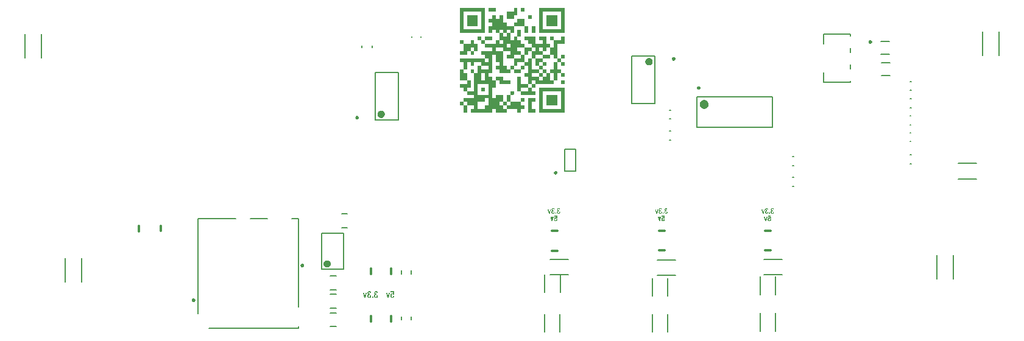
<source format=gbr>
%FSTAX23Y23*%
%MOIN*%
%SFA1B1*%

%IPPOS*%
%ADD10C,0.009843*%
%ADD11C,0.019685*%
%ADD12C,0.007874*%
%ADD15C,0.005000*%
%ADD17C,0.011811*%
%ADD118C,0.023622*%
%LNbrushed_pcb_legend_bot-1*%
%LPD*%
G36*
X00066Y00693D02*
X00066D01*
Y00693*
X00066*
Y00693*
X00066*
Y00674*
X00066*
Y00674*
X00066*
Y00674*
X00066*
Y00674*
X00046*
Y00674*
X00046*
Y00694*
X00066*
Y00693*
G37*
G36*
X-00092D02*
X-00092D01*
Y00674*
X-00092*
Y00674*
X-00131*
Y00694*
X-00092*
Y00693*
G37*
G36*
X00106Y00654D02*
X00106D01*
Y00634*
X00106*
Y00634*
X00086*
Y00634*
X00086*
Y00651*
Y00652*
Y00654*
X00086*
Y00654*
X00106*
Y00654*
G37*
G36*
X00026Y00654D02*
X00007D01*
Y00654*
X00007*
Y00634*
X00006*
Y00634*
X-00032*
Y00635*
Y00635*
Y00674*
X00006*
Y00674*
X00007*
Y00694*
X00026*
Y00654*
G37*
G36*
X-00052Y00654D02*
X-00052D01*
Y00649*
Y00649*
Y00614*
X-00052*
Y00614*
X-00052*
Y00614*
X-00032*
Y00614*
X-00032*
Y00594*
X00007*
Y00555*
X-00012*
Y00574*
X-00032*
Y00555*
X-00012*
Y00515*
X00007*
Y00535*
X00026*
Y00515*
X00046*
Y00515*
X00046*
Y00495*
X00066*
Y00495*
X00066*
Y00495*
X00066*
Y00495*
X00066*
Y00475*
X00106*
Y00455*
X00126*
Y00475*
X00125*
Y00475*
X00125*
Y00475*
X00125*
Y00475*
X00106*
Y00495*
X00106*
Y00495*
X00086*
Y00515*
X00086*
Y00515*
X00066*
Y00515*
X00066*
Y00515*
X00066*
Y00534*
X00066*
Y00535*
X00066*
Y00535*
X00126*
Y00495*
X00126*
Y00495*
X00165*
Y00515*
X00145*
Y00535*
X00185*
Y00495*
X00205*
Y00495*
X00205*
Y00475*
X00224*
Y00475*
X00225*
Y00475*
X00225*
Y00515*
X00205*
Y00515*
X00205*
Y00515*
X00205*
Y00518*
Y00518*
Y00534*
X00205*
Y00535*
X00205*
Y00535*
X00225*
Y00515*
X00264*
Y00535*
X00284*
Y00495*
X00284*
Y00495*
X00245*
Y00416*
X00264*
Y00396*
X00284*
Y00387*
Y00386*
Y00376*
X00264*
Y00396*
X00245*
Y00416*
X00225*
Y00436*
X00205*
Y00475*
X00205*
Y00475*
X00186*
Y00475*
X00186*
Y00475*
X00185*
Y00475*
X00185*
Y00455*
X00165*
Y00475*
X00165*
Y00475*
X00165*
Y00475*
X00165*
Y00475*
X00146*
Y00475*
X00146*
Y00475*
X00146*
Y00475*
X00145*
Y00455*
X00165*
Y00436*
X00205*
Y00416*
X00205*
Y00416*
X00165*
Y00436*
X00126*
Y00416*
X00165*
Y00396*
X00185*
Y00376*
X00165*
Y00379*
Y00379*
Y00396*
X00145*
Y00376*
X00165*
Y00373*
Y00373*
Y00356*
X00185*
Y00336*
X00205*
Y00337*
X00205*
Y00356*
X00205*
Y00356*
X00205*
Y00356*
X00225*
Y00396*
X00245*
Y00356*
X00264*
Y00336*
X00284*
Y00337*
X00284*
Y00336*
X00284*
Y00335*
Y00335*
Y00317*
X00264*
Y00317*
X00264*
Y00336*
X00245*
Y00337*
X00245*
Y00336*
X00245*
Y00298*
Y00298*
Y00297*
X00244*
Y00297*
X00225*
Y00336*
X00225*
Y00337*
X00224*
Y00336*
X00205*
Y00297*
X00205*
Y00297*
X00205*
Y00297*
X00225*
Y00277*
X00126*
Y00297*
X00106*
Y00277*
X00126*
Y00257*
X00106*
Y00277*
X00086*
Y00317*
X00066*
Y00317*
X00066*
Y00317*
X00066*
Y00336*
X00066*
Y00336*
X00066*
Y00336*
X00066*
Y00337*
X00066*
Y00336*
X00085*
Y00337*
X00085*
Y00336*
X00086*
Y00337*
X00086*
Y00376*
X00086*
Y00376*
X00066*
Y00396*
X00026*
Y00396*
X00026*
Y00376*
X00007*
Y00416*
X-00032*
Y00436*
X-00012*
Y00436*
X-00012*
Y00455*
X-00052*
Y00475*
X-00052*
Y00475*
X-00052*
Y00475*
X-00053*
Y00475*
X-00091*
Y00475*
X-00091*
Y00475*
X-00091*
Y00475*
X-00092*
Y00455*
X-00052*
Y00376*
X-00032*
Y00376*
X-00032*
Y00356*
X-00012*
Y00337*
X-00012*
Y00336*
X-00013*
Y00337*
X-00013*
Y00336*
X-00072*
Y00337*
X-00072*
Y00337*
X-00072*
Y00356*
X-00072*
Y00356*
X-00072*
Y00356*
X-00092*
Y00376*
X-00091*
Y00376*
X-00072*
Y00376*
X-00072*
Y00377*
X-00072*
Y00396*
X-00072*
Y00396*
X-00072*
Y00396*
X-00092*
Y00436*
X-00111*
Y00337*
X-00112*
Y00336*
X-00131*
Y00337*
X-00131*
Y00336*
X-00131*
Y00317*
X-00111*
Y00297*
X-00111*
Y00297*
X-00092*
Y00257*
X-00092*
Y00257*
X-00111*
Y00257*
X-00111*
Y00198*
X-00111*
Y00198*
X-00092*
Y00198*
X-00092*
Y00217*
X-00052*
Y00178*
X-00032*
Y00173*
Y00173*
Y00158*
X-00012*
Y00178*
X-00032*
Y00217*
X-00012*
Y00178*
X00046*
Y00158*
X00046*
Y00158*
X00066*
Y00158*
X00066*
Y00158*
X00066*
Y00157*
X00066*
Y00139*
X00066*
Y00139*
X00066*
Y00138*
X00066*
Y00138*
X00046*
Y00138*
X00046*
Y00118*
X00046*
Y00118*
X00026*
Y00118*
X00026*
Y00138*
X-00032*
Y00158*
X-00052*
Y00178*
X-00072*
Y00178*
X-00072*
Y00177*
X-00072*
Y00177*
X-00072*
Y00159*
X-00072*
Y00158*
X-00072*
Y00158*
X-00072*
Y00158*
X-00052*
Y00138*
X-00032*
Y00118*
X-00032*
Y00118*
X-00092*
Y00138*
X-00092*
Y00138*
X-00111*
Y00138*
X-00111*
Y00118*
X-0023*
Y00138*
X-0023*
Y00138*
X-00211*
Y00138*
X-00211*
Y00139*
X-00211*
Y00158*
X-00211*
Y00158*
X-00211*
Y00158*
X-0025*
Y00178*
X-0027*
Y00198*
X-0027*
Y00198*
X-0027*
Y00198*
X-00211*
Y00198*
X-00211*
Y00198*
X-00211*
Y00198*
X-00211*
Y00217*
X-00211*
Y00217*
X-00211*
Y00217*
X-0025*
Y00218*
X-0025*
Y00237*
X-0027*
Y00257*
X-0029*
Y00257*
X-0029*
Y00277*
X-0029*
Y00277*
X-0025*
Y00297*
X-0029*
Y00297*
X-0029*
Y00356*
X-0027*
Y00337*
Y00337*
Y00337*
X-0027*
Y00336*
X-0027*
Y00337*
X-00269*
Y00336*
X-00251*
Y00337*
X-0025*
Y00336*
X-0025*
Y00297*
X-0023*
Y00257*
X-00231*
Y00257*
X-0025*
Y00257*
X-0025*
Y00237*
X-00211*
Y00237*
X-00211*
Y00238*
X-00211*
Y00272*
Y00272*
Y00336*
X-0023*
Y00337*
X-0023*
Y00336*
X-0023*
Y00337*
X-0023*
Y00356*
X-00211*
Y00356*
X-00211*
Y00356*
X-00211*
Y00337*
X-00211*
Y00336*
X-00191*
Y00337*
X-00191*
Y00336*
X-00191*
Y00337*
X-00191*
Y00376*
X-00191*
Y00376*
X-00171*
Y00396*
X-00171*
Y00396*
X-00211*
Y00396*
X-00211*
Y00377*
X-00211*
Y00376*
X-00211*
Y00376*
X-0023*
Y00396*
X-0025*
Y00356*
X-0027*
Y00396*
X-0029*
Y00396*
X-0029*
Y00416*
X-0029*
Y00416*
X-00151*
Y00436*
X-00171*
Y00436*
X-00171*
Y00436*
X-00171*
Y00455*
X-00171*
Y00455*
X-00171*
Y00455*
X-00111*
Y00475*
X-00112*
Y00475*
X-00112*
Y00475*
X-00112*
Y00475*
X-00151*
Y00475*
X-00151*
Y00475*
X-00151*
Y00495*
X-00171*
Y00495*
X-00171*
Y00496*
X-00171*
Y00515*
X-00191*
Y00535*
X-00171*
Y00535*
X-00171*
Y00517*
Y00517*
Y00515*
X-00151*
Y00495*
X-00092*
Y00495*
X-00092*
Y00515*
X-00091*
Y00515*
X-00072*
Y00555*
X-00092*
Y00574*
X-00111*
Y00555*
X-00131*
Y00594*
X-00111*
Y00614*
X-00112*
Y00614*
X-00131*
Y00614*
X-00131*
Y00614*
X-00131*
Y00634*
X-00111*
Y00654*
X-00111*
Y00654*
X-00092*
Y00654*
X-00092*
Y00634*
X-00072*
Y00634*
X-00072*
Y00634*
X-00072*
Y00653*
X-00072*
Y00653*
X-00072*
Y00654*
X-00072*
Y00654*
X-00052*
Y00654*
G37*
G36*
X00066Y00634D02*
X00066D01*
Y00634*
X00066*
Y00633*
X00066*
Y00594*
X00086*
Y00555*
X00066*
Y00555*
X00066*
Y00555*
X00066*
Y00594*
X00066*
Y00594*
X00007*
Y00614*
X00007*
Y00614*
X00026*
Y00614*
X00026*
Y00614*
X00026*
Y00634*
X00026*
Y00634*
X00066*
Y00634*
G37*
G36*
X00284Y00693D02*
X00284D01*
Y00555*
X00145*
Y00694*
X00284*
Y00693*
G37*
G36*
X00126Y00555D02*
X00106D01*
Y00578*
Y00578*
Y00594*
X00126*
Y00555*
G37*
G36*
X-00151D02*
X-0029D01*
Y00693*
X-0029*
Y00694*
X-00151*
Y00555*
G37*
G36*
X00046Y00535D02*
X00046D01*
Y00535*
X00026*
Y00561*
Y00561*
Y00574*
X00046*
Y00535*
G37*
G36*
X-00111Y00515D02*
X-00151D01*
Y00535*
X-00111*
Y00515*
G37*
G36*
X-00211Y00515D02*
X-00211D01*
Y00515*
X-00211*
Y00507*
Y00507*
Y00495*
X-00211*
Y00495*
X-00191*
Y00455*
X-00211*
Y00475*
X-00211*
Y00475*
X-00211*
Y00475*
X-00211*
Y00475*
X-00211*
Y00475*
X-00211*
Y00475*
X-0023*
Y00475*
X-0023*
Y00475*
X-0023*
Y00475*
X-0023*
Y00455*
X-00211*
Y00436*
X-00211*
Y00436*
X-00211*
Y00436*
X-0023*
Y00436*
X-0023*
Y00448*
Y00448*
Y00455*
X-0025*
Y00455*
X-0025*
Y00436*
X-0025*
Y00436*
X-0029*
Y00436*
X-0029*
Y00455*
X-0029*
Y00455*
X-0027*
Y00456*
X-0027*
Y00495*
X-0029*
Y00495*
X-0029*
Y00515*
X-0029*
Y00515*
X-0027*
Y00515*
X-0027*
Y00508*
Y00508*
Y00495*
X-00231*
Y00495*
X-0023*
Y00515*
X-0023*
Y00515*
X-00211*
Y00515*
G37*
G36*
X-00052Y00455D02*
D01*
G37*
G36*
X00284Y00416D02*
X00264D01*
Y00433*
Y00433*
Y00436*
X00284*
Y00416*
G37*
G36*
X00066Y00357D02*
X00066D01*
Y00357*
X00066*
Y00356*
X00066*
Y00356*
X00046*
Y00376*
X00046*
Y00376*
X00066*
Y00357*
G37*
G36*
X00007Y00356D02*
X00046D01*
Y00337*
X00046*
Y00336*
X00046*
Y00337*
X00046*
Y00336*
X00007*
Y00337*
X00007*
Y00336*
X00007*
Y00337*
X00007*
Y00356*
X-00012*
Y00376*
X-00012*
Y00376*
X00007*
Y00356*
G37*
G36*
X00284Y00277D02*
X00264D01*
Y00297*
X00284*
Y00277*
G37*
G36*
X-00052Y00297D02*
X-00052D01*
Y00297*
X-00012*
Y00277*
X-00072*
Y00277*
X-00072*
Y00277*
X-00072*
Y00278*
X-00072*
Y00296*
X-00072*
Y00297*
X-00072*
Y00297*
X-00092*
Y00317*
X-00052*
Y00297*
G37*
G36*
X00046Y00277D02*
X00086D01*
Y00257*
X00106*
Y00237*
X00125*
Y00237*
X00126*
Y00217*
X00046*
Y00237*
X00027*
Y00237*
X00027*
Y00237*
X00026*
Y00316*
Y00316*
Y00317*
X00026*
Y00317*
X00046*
Y00277*
G37*
G36*
X00006Y00237D02*
X00007D01*
Y00218*
X00006*
Y00217*
X-00012*
Y00237*
X-00012*
Y00237*
X00006*
Y00237*
G37*
G36*
X00125Y00198D02*
X00126D01*
Y00178*
X00106*
Y00138*
X00126*
Y00118*
X00086*
Y00118*
X00086*
Y00198*
X00086*
Y00198*
X00086*
Y00198*
X00125*
Y00198*
X00125*
Y00198*
G37*
G36*
X00066D02*
X00066D01*
Y00197*
X00066*
Y00197*
X00066*
Y00197*
X00066*
Y00178*
X00066*
Y00178*
X00066*
Y00178*
X00066*
Y00178*
X00046*
Y00198*
X00046*
Y00198*
X00047*
Y00198*
X00066*
Y00198*
X00066*
Y00198*
G37*
G36*
X00284Y00118D02*
X00284D01*
Y00118*
X00145*
Y00144*
Y00144*
Y00257*
X00284*
Y00118*
G37*
G36*
X-0027Y00158D02*
X-0025D01*
Y00118*
X-0027*
Y00123*
Y00124*
Y00158*
X-0029*
Y00158*
X-0029*
Y00169*
Y00169*
Y00178*
X-0029*
Y00178*
X-0027*
Y00158*
G37*
G36*
X01413Y-0046D02*
X01408D01*
X01408Y-0046*
X01407Y-0046*
X01407Y-00459*
X01407Y-00459*
X01407Y-00459*
X01407Y-00459*
X01407Y-00459*
X01407Y-00459*
X01406Y-00458*
X01406Y-00458*
X01406Y-00458*
X01406Y-00458*
X01405Y-00458*
X01405Y-00458*
X01405*
X01404Y-00458*
X01404Y-00458*
X01403Y-00458*
X01403Y-00459*
X01403Y-00459*
X01402Y-00459*
X01402Y-00459*
X01402Y-00459*
X01402Y-0046*
X01402Y-00461*
X01402Y-00462*
X01402Y-00462*
X01401Y-00463*
X01401Y-00463*
Y-00464*
Y-00464*
Y-00464*
Y-00464*
Y-00464*
X01401Y-00466*
X01402Y-00467*
X01402Y-00468*
X01402Y-00468*
X01402Y-00469*
X01402Y-00469*
X01402Y-00469*
X01402Y-0047*
X01402Y-0047*
X01403Y-0047*
X01403Y-00471*
X01404Y-00471*
X01404Y-00471*
X01404Y-00471*
X01404Y-00471*
X01404*
X01405Y-00471*
X01406Y-00471*
X01406Y-00471*
X01406Y-0047*
X01406Y-0047*
X01407Y-0047*
X01407Y-0047*
X01407Y-0047*
X01407Y-00469*
X01407Y-00469*
X01407Y-00468*
X01407Y-00467*
X01408Y-00467*
X01408Y-00466*
Y-00466*
Y-00466*
Y-00466*
Y-00466*
Y-00465*
X01413*
Y-00466*
X01413Y-00467*
X01413Y-00467*
X01413Y-00468*
X01413Y-00469*
X01412Y-0047*
X01412Y-0047*
X01412Y-00471*
X01412Y-00471*
X01412Y-00472*
X01412Y-00472*
X01411Y-00472*
X01411Y-00473*
X01411Y-00473*
X01411Y-00473*
X01411Y-00473*
Y-00473*
X01411Y-00473*
X0141Y-00474*
X0141Y-00474*
X01409Y-00474*
X01408Y-00475*
X01407Y-00475*
X01406Y-00475*
X01406Y-00475*
X01405Y-00475*
X01405Y-00475*
X01405*
X01404Y-00475*
X01403Y-00475*
X01402Y-00475*
X01402Y-00475*
X01401Y-00475*
X014Y-00475*
X014Y-00474*
X014Y-00474*
X01399Y-00474*
X01399Y-00473*
X01399Y-00473*
X01398Y-00473*
X01398Y-00473*
X01398Y-00473*
X01398Y-00473*
Y-00473*
X01398Y-00472*
X01397Y-00471*
X01397Y-00471*
X01397Y-0047*
X01396Y-00469*
X01396Y-00467*
X01396Y-00467*
X01396Y-00466*
X01396Y-00465*
Y-00465*
X01396Y-00464*
Y-00464*
Y-00464*
Y-00464*
Y-00463*
X01396Y-00462*
X01396Y-00461*
X01396Y-00461*
X01396Y-0046*
X01396Y-00459*
X01397Y-00459*
X01397Y-00458*
X01397Y-00458*
X01397Y-00457*
X01397Y-00457*
X01398Y-00457*
X01398Y-00457*
X01398Y-00456*
X01398Y-00456*
Y-00456*
X01398Y-00456*
X01399Y-00455*
X01399Y-00455*
X014Y-00455*
X01401Y-00454*
X01401Y-00454*
X01402Y-00454*
X01403Y-00454*
X01403Y-00454*
X01403Y-00454*
X01404*
X01405Y-00454*
X01405Y-00454*
X01405Y-00454*
X01406Y-00454*
X01406Y-00454*
X01406Y-00454*
X01406*
X01407Y-00454*
X01407Y-00455*
X01408Y-00455*
X01408Y-00455*
X01408Y-00455*
X01408Y-00455*
X01408Y-00449*
X01397*
Y-00444*
X01412*
X01413Y-0046*
G37*
G36*
X01388Y-00475D02*
X01382D01*
X01376Y-00452*
X01382*
X01385Y-00469*
X01388Y-00452*
X01394*
X01388Y-00475*
G37*
G36*
X00243Y-0046D02*
X00238D01*
X00238Y-0046*
X00238Y-0046*
X00238Y-00459*
X00238Y-00459*
X00238Y-00459*
X00238Y-00459*
X00238Y-00459*
X00237Y-00459*
X00237Y-00458*
X00237Y-00458*
X00237Y-00458*
X00236Y-00458*
X00236Y-00458*
X00236Y-00458*
X00236*
X00235Y-00458*
X00234Y-00458*
X00234Y-00458*
X00234Y-00459*
X00233Y-00459*
X00233Y-00459*
X00233Y-00459*
X00233Y-00459*
X00233Y-0046*
X00232Y-00461*
X00232Y-00462*
X00232Y-00462*
X00232Y-00463*
X00232Y-00463*
Y-00464*
Y-00464*
Y-00464*
Y-00464*
Y-00464*
X00232Y-00466*
X00232Y-00467*
X00232Y-00468*
X00232Y-00468*
X00233Y-00469*
X00233Y-00469*
X00233Y-00469*
X00233Y-0047*
X00233Y-0047*
X00234Y-0047*
X00234Y-00471*
X00234Y-00471*
X00235Y-00471*
X00235Y-00471*
X00235Y-00471*
X00235*
X00236Y-00471*
X00236Y-00471*
X00237Y-00471*
X00237Y-0047*
X00237Y-0047*
X00237Y-0047*
X00237Y-0047*
X00238Y-0047*
X00238Y-00469*
X00238Y-00469*
X00238Y-00468*
X00238Y-00467*
X00238Y-00467*
X00238Y-00466*
Y-00466*
Y-00466*
Y-00466*
Y-00466*
Y-00465*
X00244*
Y-00466*
X00244Y-00467*
X00244Y-00467*
X00243Y-00468*
X00243Y-00469*
X00243Y-0047*
X00243Y-0047*
X00243Y-00471*
X00243Y-00471*
X00242Y-00472*
X00242Y-00472*
X00242Y-00472*
X00242Y-00473*
X00242Y-00473*
X00242Y-00473*
X00242Y-00473*
Y-00473*
X00241Y-00473*
X00241Y-00474*
X0024Y-00474*
X0024Y-00474*
X00239Y-00475*
X00238Y-00475*
X00237Y-00475*
X00236Y-00475*
X00236Y-00475*
X00236Y-00475*
X00235*
X00235Y-00475*
X00234Y-00475*
X00233Y-00475*
X00232Y-00475*
X00232Y-00475*
X00231Y-00475*
X00231Y-00474*
X0023Y-00474*
X0023Y-00474*
X0023Y-00473*
X00229Y-00473*
X00229Y-00473*
X00229Y-00473*
X00229Y-00473*
X00229Y-00473*
Y-00473*
X00228Y-00472*
X00228Y-00471*
X00228Y-00471*
X00227Y-0047*
X00227Y-00469*
X00227Y-00467*
X00227Y-00467*
X00227Y-00466*
X00227Y-00465*
Y-00465*
X00227Y-00464*
Y-00464*
Y-00464*
Y-00464*
Y-00463*
X00227Y-00462*
X00227Y-00461*
X00227Y-00461*
X00227Y-0046*
X00227Y-00459*
X00227Y-00459*
X00227Y-00458*
X00228Y-00458*
X00228Y-00457*
X00228Y-00457*
X00228Y-00457*
X00228Y-00457*
X00228Y-00456*
X00229Y-00456*
Y-00456*
X00229Y-00456*
X00229Y-00455*
X0023Y-00455*
X0023Y-00455*
X00231Y-00454*
X00232Y-00454*
X00233Y-00454*
X00233Y-00454*
X00234Y-00454*
X00234Y-00454*
X00235*
X00235Y-00454*
X00236Y-00454*
X00236Y-00454*
X00236Y-00454*
X00237Y-00454*
X00237Y-00454*
X00237*
X00237Y-00454*
X00238Y-00455*
X00238Y-00455*
X00238Y-00455*
X00239Y-00455*
X00239Y-00455*
X00238Y-00449*
X00228*
Y-00444*
X00243*
X00243Y-0046*
G37*
G36*
X00219Y-00475D02*
X00212D01*
X00207Y-00452*
X00213*
X00215Y-00469*
X00219Y-00452*
X00224*
X00219Y-00475*
G37*
G36*
X00831Y-0046D02*
X00826D01*
X00826Y-0046*
X00826Y-0046*
X00826Y-00459*
X00826Y-00459*
X00825Y-00459*
X00825Y-00459*
X00825Y-00459*
X00825Y-00459*
X00825Y-00458*
X00825Y-00458*
X00824Y-00458*
X00824Y-00458*
X00824Y-00458*
X00824Y-00458*
X00823*
X00823Y-00458*
X00822Y-00458*
X00822Y-00458*
X00821Y-00459*
X00821Y-00459*
X00821Y-00459*
X00821Y-00459*
X00821Y-00459*
X0082Y-0046*
X0082Y-00461*
X0082Y-00462*
X0082Y-00462*
X0082Y-00463*
X0082Y-00463*
Y-00464*
Y-00464*
Y-00464*
Y-00464*
Y-00464*
X0082Y-00466*
X0082Y-00467*
X0082Y-00468*
X0082Y-00468*
X0082Y-00469*
X00821Y-00469*
X00821Y-00469*
X00821Y-0047*
X00821Y-0047*
X00821Y-0047*
X00822Y-00471*
X00822Y-00471*
X00822Y-00471*
X00823Y-00471*
X00823Y-00471*
X00823*
X00824Y-00471*
X00824Y-00471*
X00824Y-00471*
X00825Y-0047*
X00825Y-0047*
X00825Y-0047*
X00825Y-0047*
X00825Y-0047*
X00826Y-00469*
X00826Y-00469*
X00826Y-00468*
X00826Y-00467*
X00826Y-00467*
X00826Y-00466*
Y-00466*
Y-00466*
Y-00466*
Y-00466*
Y-00465*
X00831*
Y-00466*
X00831Y-00467*
X00831Y-00467*
X00831Y-00468*
X00831Y-00469*
X00831Y-0047*
X00831Y-0047*
X00831Y-00471*
X0083Y-00471*
X0083Y-00472*
X0083Y-00472*
X0083Y-00472*
X0083Y-00473*
X0083Y-00473*
X00829Y-00473*
X00829Y-00473*
Y-00473*
X00829Y-00473*
X00828Y-00474*
X00828Y-00474*
X00828Y-00474*
X00826Y-00475*
X00825Y-00475*
X00825Y-00475*
X00824Y-00475*
X00824Y-00475*
X00824Y-00475*
X00823*
X00822Y-00475*
X00821Y-00475*
X00821Y-00475*
X0082Y-00475*
X0082Y-00475*
X00819Y-00475*
X00818Y-00474*
X00818Y-00474*
X00818Y-00474*
X00817Y-00473*
X00817Y-00473*
X00817Y-00473*
X00817Y-00473*
X00816Y-00473*
X00816Y-00473*
Y-00473*
X00816Y-00472*
X00816Y-00471*
X00815Y-00471*
X00815Y-0047*
X00815Y-00469*
X00815Y-00467*
X00814Y-00467*
X00814Y-00466*
X00814Y-00465*
Y-00465*
X00814Y-00464*
Y-00464*
Y-00464*
Y-00464*
Y-00463*
X00814Y-00462*
X00814Y-00461*
X00815Y-00461*
X00815Y-0046*
X00815Y-00459*
X00815Y-00459*
X00815Y-00458*
X00815Y-00458*
X00816Y-00457*
X00816Y-00457*
X00816Y-00457*
X00816Y-00457*
X00816Y-00456*
X00816Y-00456*
Y-00456*
X00817Y-00456*
X00817Y-00455*
X00818Y-00455*
X00818Y-00455*
X00819Y-00454*
X0082Y-00454*
X00821Y-00454*
X00821Y-00454*
X00821Y-00454*
X00822Y-00454*
X00823*
X00823Y-00454*
X00824Y-00454*
X00824Y-00454*
X00824Y-00454*
X00824Y-00454*
X00824Y-00454*
X00825*
X00825Y-00454*
X00826Y-00455*
X00826Y-00455*
X00826Y-00455*
X00826Y-00455*
X00826Y-00455*
X00826Y-00449*
X00816*
Y-00444*
X0083*
X00831Y-0046*
G37*
G36*
X00807Y-00475D02*
X008D01*
X00795Y-00452*
X008*
X00803Y-00469*
X00806Y-00452*
X00812*
X00807Y-00475*
G37*
G36*
X01422Y-00403D02*
X01422Y-00403D01*
X01423Y-00403*
X01424Y-00403*
X01424Y-00404*
X01425Y-00404*
X01425Y-00404*
X01425Y-00404*
X01426Y-00404*
X01426Y-00404*
X01426Y-00405*
X01426Y-00405*
X01426Y-00405*
X01426Y-00405*
X01426Y-00405*
X01427Y-00405*
X01427Y-00406*
X01428Y-00407*
X01428Y-00408*
X01428Y-00409*
X01428Y-0041*
X01429Y-0041*
Y-0041*
X01429Y-00411*
Y-00411*
Y-00411*
Y-00411*
Y-00411*
Y-00412*
Y-00412*
Y-00412*
Y-00412*
Y-00412*
Y-00412*
X01423*
Y-00411*
X01423Y-00411*
X01423Y-0041*
X01423Y-00409*
X01423Y-00409*
X01423Y-00409*
X01423Y-00408*
X01423Y-00408*
X01423Y-00408*
X01422Y-00408*
X01422Y-00408*
X01422Y-00407*
X01421Y-00407*
X01421Y-00407*
X01421Y-00407*
X0142*
X0142Y-00407*
X0142Y-00407*
X01419Y-00407*
X01419Y-00408*
X01419Y-00408*
X01419Y-00408*
X01418Y-00408*
X01418Y-00408*
X01418Y-00408*
X01418Y-00409*
X01418Y-0041*
X01418Y-0041*
X01418Y-00411*
Y-00411*
Y-00411*
Y-00411*
X01418Y-00412*
X01418Y-00413*
X01418Y-00413*
X01418Y-00414*
X01419Y-00414*
X01419Y-00414*
X01419Y-00415*
X01419Y-00415*
X01419Y-00415*
X0142Y-00415*
X0142Y-00415*
X01421Y-00415*
X01422Y-00415*
X01422Y-00416*
X01423*
Y-0042*
X01422*
X01422Y-0042*
X01421*
X01421Y-0042*
X0142Y-0042*
X01419Y-0042*
X01419Y-0042*
X01418Y-0042*
X01418Y-0042*
X01418Y-0042*
X01418Y-00421*
X01418Y-00421*
X01418Y-00421*
X01418Y-00422*
X01417Y-00422*
X01417Y-00423*
X01417Y-00424*
X01417Y-00424*
Y-00424*
Y-00425*
Y-00425*
Y-00425*
X01417Y-00426*
X01417Y-00427*
X01417Y-00427*
X01418Y-00428*
X01418Y-00428*
X01418Y-00429*
X01418Y-00429*
X01418Y-00429*
X01418Y-00429*
X01419Y-0043*
X01419Y-0043*
X01419Y-0043*
X0142Y-0043*
X0142Y-0043*
X0142*
X01421Y-0043*
X01421Y-0043*
X01422Y-0043*
X01422Y-0043*
X01422Y-00429*
X01423Y-00429*
X01423Y-00429*
X01423Y-00429*
X01423Y-00429*
X01423Y-00428*
X01423Y-00427*
X01423Y-00427*
X01423Y-00426*
X01423Y-00425*
X01423Y-00425*
Y-00425*
Y-00424*
Y-00424*
Y-00424*
Y-00424*
Y-00424*
X01429*
Y-00424*
Y-00424*
Y-00424*
Y-00424*
Y-00425*
Y-00425*
Y-00425*
Y-00425*
X01429Y-00426*
X01429Y-00427*
X01429Y-00427*
X01429Y-00428*
X01428Y-00429*
X01428Y-00429*
X01428Y-0043*
X01428Y-0043*
X01428Y-00431*
X01427Y-00431*
X01427Y-00431*
X01427Y-00432*
X01427Y-00432*
X01427Y-00432*
X01427Y-00432*
Y-00432*
X01426Y-00433*
X01426Y-00433*
X01425Y-00433*
X01425Y-00434*
X01424Y-00434*
X01423Y-00434*
X01422Y-00434*
X01422Y-00434*
X01421Y-00434*
X01421Y-00435*
X0142*
X0142Y-00434*
X01419Y-00434*
X01418Y-00434*
X01418Y-00434*
X01417Y-00434*
X01416Y-00434*
X01416Y-00434*
X01415Y-00433*
X01415Y-00433*
X01415Y-00433*
X01414Y-00433*
X01414Y-00432*
X01414Y-00432*
X01414Y-00432*
X01414Y-00432*
X01414Y-00432*
X01413Y-00432*
X01413Y-00431*
X01413Y-0043*
X01412Y-00429*
X01412Y-00427*
X01412Y-00427*
X01412Y-00426*
X01412Y-00426*
Y-00425*
X01412Y-00425*
Y-00425*
Y-00425*
Y-00425*
X01412Y-00424*
X01412Y-00423*
X01412Y-00422*
X01412Y-00421*
X01412Y-0042*
X01412Y-0042*
X01413Y-0042*
X01413Y-0042*
X01413Y-00419*
X01414Y-00419*
X01414Y-00418*
X01415Y-00418*
X01415Y-00418*
X01415Y-00417*
X01416Y-00417*
X01416Y-00417*
X01416*
X01415Y-00417*
X01415Y-00417*
X01414Y-00416*
X01414Y-00416*
X01414Y-00416*
X01413Y-00415*
X01413Y-00415*
X01413Y-00415*
X01413Y-00415*
X01413Y-00414*
X01413Y-00413*
X01412Y-00412*
X01412Y-00412*
X01412Y-00411*
Y-00411*
Y-00411*
Y-00411*
Y-00411*
Y-0041*
X01412Y-0041*
X01413Y-00408*
X01413Y-00407*
X01413Y-00407*
X01414Y-00406*
X01414Y-00405*
X01414Y-00405*
X01414Y-00405*
X01414*
X01415Y-00405*
X01415Y-00404*
X01416Y-00404*
X01417Y-00403*
X01418Y-00403*
X01419Y-00403*
X01419Y-00403*
X0142*
X0142Y-00403*
X01421*
X01422Y-00403*
G37*
G36*
X01391D02*
X01392Y-00403D01*
X01392Y-00403*
X01393Y-00403*
X01393Y-00404*
X01394Y-00404*
X01394Y-00404*
X01395Y-00404*
X01395Y-00404*
X01395Y-00404*
X01395Y-00405*
X01396Y-00405*
X01396Y-00405*
X01396Y-00405*
X01396Y-00405*
X01396Y-00405*
X01396Y-00406*
X01397Y-00407*
X01397Y-00408*
X01398Y-00409*
X01398Y-0041*
X01398Y-0041*
Y-0041*
X01398Y-00411*
Y-00411*
Y-00411*
Y-00411*
Y-00411*
Y-00412*
Y-00412*
Y-00412*
Y-00412*
Y-00412*
Y-00412*
X01392*
Y-00411*
X01392Y-00411*
X01392Y-0041*
X01392Y-00409*
X01392Y-00409*
X01392Y-00409*
X01392Y-00408*
X01392Y-00408*
X01392Y-00408*
X01392Y-00408*
X01391Y-00408*
X01391Y-00407*
X01391Y-00407*
X0139Y-00407*
X0139Y-00407*
X0139*
X01389Y-00407*
X01389Y-00407*
X01388Y-00407*
X01388Y-00408*
X01388Y-00408*
X01388Y-00408*
X01388Y-00408*
X01388Y-00408*
X01388Y-00408*
X01387Y-00409*
X01387Y-0041*
X01387Y-0041*
X01387Y-00411*
Y-00411*
Y-00411*
Y-00411*
X01387Y-00412*
X01387Y-00413*
X01387Y-00413*
X01388Y-00414*
X01388Y-00414*
X01388Y-00414*
X01388Y-00415*
X01388Y-00415*
X01389Y-00415*
X01389Y-00415*
X0139Y-00415*
X0139Y-00415*
X01391Y-00415*
X01391Y-00416*
X01392*
Y-0042*
X01392*
X01391Y-0042*
X01391*
X0139Y-0042*
X01389Y-0042*
X01389Y-0042*
X01388Y-0042*
X01388Y-0042*
X01388Y-0042*
X01387Y-0042*
X01387Y-00421*
X01387Y-00421*
X01387Y-00421*
X01387Y-00422*
X01387Y-00422*
X01387Y-00423*
X01387Y-00424*
X01387Y-00424*
Y-00424*
Y-00425*
Y-00425*
Y-00425*
X01387Y-00426*
X01387Y-00427*
X01387Y-00427*
X01387Y-00428*
X01387Y-00428*
X01387Y-00429*
X01387Y-00429*
X01387Y-00429*
X01388Y-00429*
X01388Y-0043*
X01388Y-0043*
X01389Y-0043*
X01389Y-0043*
X01389Y-0043*
X0139*
X0139Y-0043*
X01391Y-0043*
X01391Y-0043*
X01391Y-0043*
X01392Y-00429*
X01392Y-00429*
X01392Y-00429*
X01392Y-00429*
X01392Y-00429*
X01392Y-00428*
X01392Y-00427*
X01393Y-00427*
X01393Y-00426*
X01393Y-00425*
X01393Y-00425*
Y-00425*
Y-00424*
Y-00424*
Y-00424*
Y-00424*
Y-00424*
X01398*
Y-00424*
Y-00424*
Y-00424*
Y-00424*
Y-00425*
Y-00425*
Y-00425*
Y-00425*
X01398Y-00426*
X01398Y-00427*
X01398Y-00427*
X01398Y-00428*
X01398Y-00429*
X01397Y-00429*
X01397Y-0043*
X01397Y-0043*
X01397Y-00431*
X01397Y-00431*
X01397Y-00431*
X01396Y-00432*
X01396Y-00432*
X01396Y-00432*
X01396Y-00432*
Y-00432*
X01396Y-00433*
X01395Y-00433*
X01395Y-00433*
X01394Y-00434*
X01393Y-00434*
X01392Y-00434*
X01391Y-00434*
X01391Y-00434*
X0139Y-00434*
X0139Y-00435*
X0139*
X01389Y-00434*
X01388Y-00434*
X01388Y-00434*
X01387Y-00434*
X01386Y-00434*
X01386Y-00434*
X01385Y-00434*
X01385Y-00433*
X01384Y-00433*
X01384Y-00433*
X01384Y-00433*
X01384Y-00432*
X01383Y-00432*
X01383Y-00432*
X01383Y-00432*
X01383Y-00432*
X01383Y-00432*
X01382Y-00431*
X01382Y-0043*
X01381Y-00429*
X01381Y-00427*
X01381Y-00427*
X01381Y-00426*
X01381Y-00426*
Y-00425*
X01381Y-00425*
Y-00425*
Y-00425*
Y-00425*
X01381Y-00424*
X01381Y-00423*
X01381Y-00422*
X01381Y-00421*
X01382Y-0042*
X01382Y-0042*
X01382Y-0042*
X01382Y-0042*
X01382Y-00419*
X01383Y-00419*
X01383Y-00418*
X01384Y-00418*
X01384Y-00418*
X01385Y-00417*
X01385Y-00417*
X01385Y-00417*
X01385*
X01384Y-00417*
X01384Y-00417*
X01384Y-00416*
X01383Y-00416*
X01383Y-00416*
X01383Y-00415*
X01383Y-00415*
X01382Y-00415*
X01382Y-00415*
X01382Y-00414*
X01382Y-00413*
X01382Y-00412*
X01382Y-00412*
X01382Y-00411*
Y-00411*
Y-00411*
Y-00411*
Y-00411*
Y-0041*
X01382Y-0041*
X01382Y-00408*
X01382Y-00407*
X01383Y-00407*
X01383Y-00406*
X01383Y-00405*
X01384Y-00405*
X01384Y-00405*
X01384*
X01384Y-00405*
X01385Y-00404*
X01385Y-00404*
X01386Y-00403*
X01387Y-00403*
X01388Y-00403*
X01389Y-00403*
X01389*
X01389Y-00403*
X0139*
X01391Y-00403*
G37*
G36*
X01373Y-00434D02*
X01367D01*
X01361Y-00411*
X01367*
X0137Y-00429*
X01373Y-00411*
X01379*
X01373Y-00434*
G37*
G36*
X01407D02*
X01402D01*
Y-00428*
X01407*
Y-00434*
G37*
G36*
X0084Y-00403D02*
X00841Y-00403D01*
X00841Y-00403*
X00842Y-00403*
X00843Y-00404*
X00843Y-00404*
X00843Y-00404*
X00844Y-00404*
X00844Y-00404*
X00844Y-00404*
X00845Y-00405*
X00845Y-00405*
X00845Y-00405*
X00845Y-00405*
X00845Y-00405*
X00845Y-00405*
X00846Y-00406*
X00846Y-00407*
X00846Y-00408*
X00847Y-00409*
X00847Y-0041*
X00847Y-0041*
Y-0041*
X00847Y-00411*
Y-00411*
Y-00411*
Y-00411*
Y-00411*
Y-00412*
Y-00412*
Y-00412*
Y-00412*
Y-00412*
Y-00412*
X00842*
Y-00411*
X00842Y-00411*
X00842Y-0041*
X00841Y-00409*
X00841Y-00409*
X00841Y-00409*
X00841Y-00408*
X00841Y-00408*
X00841Y-00408*
X00841Y-00408*
X0084Y-00408*
X0084Y-00407*
X0084Y-00407*
X00839Y-00407*
X00839Y-00407*
X00839*
X00838Y-00407*
X00838Y-00407*
X00838Y-00407*
X00837Y-00408*
X00837Y-00408*
X00837Y-00408*
X00837Y-00408*
X00837Y-00408*
X00837Y-00408*
X00837Y-00409*
X00836Y-0041*
X00836Y-0041*
X00836Y-00411*
Y-00411*
Y-00411*
Y-00411*
X00836Y-00412*
X00836Y-00413*
X00837Y-00413*
X00837Y-00414*
X00837Y-00414*
X00837Y-00414*
X00837Y-00415*
X00837Y-00415*
X00838Y-00415*
X00838Y-00415*
X00839Y-00415*
X0084Y-00415*
X0084Y-00415*
X00841Y-00416*
X00841*
Y-0042*
X00841*
X0084Y-0042*
X0084*
X00839Y-0042*
X00838Y-0042*
X00838Y-0042*
X00837Y-0042*
X00837Y-0042*
X00837Y-0042*
X00837Y-0042*
X00837Y-00421*
X00836Y-00421*
X00836Y-00421*
X00836Y-00422*
X00836Y-00422*
X00836Y-00423*
X00836Y-00424*
X00836Y-00424*
Y-00424*
Y-00425*
Y-00425*
Y-00425*
X00836Y-00426*
X00836Y-00427*
X00836Y-00427*
X00836Y-00428*
X00836Y-00428*
X00836Y-00429*
X00836Y-00429*
X00836Y-00429*
X00837Y-00429*
X00837Y-0043*
X00837Y-0043*
X00838Y-0043*
X00838Y-0043*
X00839Y-0043*
X00839*
X00839Y-0043*
X0084Y-0043*
X0084Y-0043*
X00841Y-0043*
X00841Y-00429*
X00841Y-00429*
X00841Y-00429*
X00841Y-00429*
X00841Y-00429*
X00841Y-00428*
X00842Y-00427*
X00842Y-00427*
X00842Y-00426*
X00842Y-00425*
X00842Y-00425*
Y-00425*
Y-00424*
Y-00424*
Y-00424*
Y-00424*
Y-00424*
X00847*
Y-00424*
Y-00424*
Y-00424*
Y-00424*
Y-00425*
Y-00425*
Y-00425*
Y-00425*
X00847Y-00426*
X00847Y-00427*
X00847Y-00427*
X00847Y-00428*
X00847Y-00429*
X00847Y-00429*
X00846Y-0043*
X00846Y-0043*
X00846Y-00431*
X00846Y-00431*
X00846Y-00431*
X00846Y-00432*
X00845Y-00432*
X00845Y-00432*
X00845Y-00432*
Y-00432*
X00845Y-00433*
X00844Y-00433*
X00844Y-00433*
X00843Y-00434*
X00842Y-00434*
X00841Y-00434*
X0084Y-00434*
X0084Y-00434*
X0084Y-00434*
X00839Y-00435*
X00839*
X00838Y-00434*
X00837Y-00434*
X00837Y-00434*
X00836Y-00434*
X00835Y-00434*
X00835Y-00434*
X00834Y-00434*
X00834Y-00433*
X00834Y-00433*
X00833Y-00433*
X00833Y-00433*
X00833Y-00432*
X00833Y-00432*
X00832Y-00432*
X00832Y-00432*
X00832Y-00432*
X00832Y-00432*
X00832Y-00431*
X00831Y-0043*
X00831Y-00429*
X0083Y-00427*
X0083Y-00427*
X0083Y-00426*
X0083Y-00426*
Y-00425*
X0083Y-00425*
Y-00425*
Y-00425*
Y-00425*
X0083Y-00424*
X0083Y-00423*
X0083Y-00422*
X00831Y-00421*
X00831Y-0042*
X00831Y-0042*
X00831Y-0042*
X00831Y-0042*
X00832Y-00419*
X00832Y-00419*
X00833Y-00418*
X00833Y-00418*
X00834Y-00418*
X00834Y-00417*
X00834Y-00417*
X00834Y-00417*
X00834*
X00834Y-00417*
X00833Y-00417*
X00833Y-00416*
X00832Y-00416*
X00832Y-00416*
X00832Y-00415*
X00832Y-00415*
X00832Y-00415*
X00831Y-00415*
X00831Y-00414*
X00831Y-00413*
X00831Y-00412*
X00831Y-00412*
X00831Y-00411*
Y-00411*
Y-00411*
Y-00411*
Y-00411*
Y-0041*
X00831Y-0041*
X00831Y-00408*
X00831Y-00407*
X00832Y-00407*
X00832Y-00406*
X00833Y-00405*
X00833Y-00405*
X00833Y-00405*
X00833*
X00833Y-00405*
X00834Y-00404*
X00835Y-00404*
X00836Y-00403*
X00837Y-00403*
X00837Y-00403*
X00838Y-00403*
X00838*
X00838Y-00403*
X00839*
X0084Y-00403*
G37*
G36*
X00809D02*
X0081Y-00403D01*
X00811Y-00403*
X00811Y-00403*
X00812Y-00404*
X00812Y-00404*
X00813Y-00404*
X00813Y-00404*
X00813Y-00404*
X00814Y-00404*
X00814Y-00405*
X00814Y-00405*
X00814Y-00405*
X00814Y-00405*
X00814Y-00405*
X00815Y-00405*
X00815Y-00406*
X00815Y-00407*
X00816Y-00408*
X00816Y-00409*
X00816Y-0041*
X00816Y-0041*
Y-0041*
X00816Y-00411*
Y-00411*
Y-00411*
Y-00411*
Y-00411*
Y-00412*
Y-00412*
Y-00412*
Y-00412*
Y-00412*
Y-00412*
X00811*
Y-00411*
X00811Y-00411*
X00811Y-0041*
X00811Y-00409*
X00811Y-00409*
X0081Y-00409*
X0081Y-00408*
X0081Y-00408*
X0081Y-00408*
X0081Y-00408*
X0081Y-00408*
X00809Y-00407*
X00809Y-00407*
X00809Y-00407*
X00808Y-00407*
X00808*
X00808Y-00407*
X00807Y-00407*
X00807Y-00407*
X00807Y-00408*
X00806Y-00408*
X00806Y-00408*
X00806Y-00408*
X00806Y-00408*
X00806Y-00408*
X00806Y-00409*
X00806Y-0041*
X00806Y-0041*
X00806Y-00411*
Y-00411*
Y-00411*
Y-00411*
X00806Y-00412*
X00806Y-00413*
X00806Y-00413*
X00806Y-00414*
X00806Y-00414*
X00806Y-00414*
X00807Y-00415*
X00807Y-00415*
X00807Y-00415*
X00808Y-00415*
X00808Y-00415*
X00809Y-00415*
X00809Y-00415*
X0081Y-00416*
X00811*
Y-0042*
X0081*
X0081Y-0042*
X00809*
X00808Y-0042*
X00808Y-0042*
X00807Y-0042*
X00807Y-0042*
X00806Y-0042*
X00806Y-0042*
X00806Y-0042*
X00806Y-00421*
X00806Y-00421*
X00806Y-00421*
X00805Y-00422*
X00805Y-00422*
X00805Y-00423*
X00805Y-00424*
X00805Y-00424*
Y-00424*
Y-00425*
Y-00425*
Y-00425*
X00805Y-00426*
X00805Y-00427*
X00805Y-00427*
X00805Y-00428*
X00805Y-00428*
X00806Y-00429*
X00806Y-00429*
X00806Y-00429*
X00806Y-00429*
X00806Y-0043*
X00807Y-0043*
X00807Y-0043*
X00808Y-0043*
X00808Y-0043*
X00808*
X00809Y-0043*
X00809Y-0043*
X0081Y-0043*
X0081Y-0043*
X0081Y-00429*
X0081Y-00429*
X0081Y-00429*
X0081Y-00429*
X00811Y-00429*
X00811Y-00428*
X00811Y-00427*
X00811Y-00427*
X00811Y-00426*
X00811Y-00425*
X00811Y-00425*
Y-00425*
Y-00424*
Y-00424*
Y-00424*
Y-00424*
Y-00424*
X00817*
Y-00424*
Y-00424*
Y-00424*
Y-00424*
Y-00425*
Y-00425*
Y-00425*
Y-00425*
X00817Y-00426*
X00816Y-00427*
X00816Y-00427*
X00816Y-00428*
X00816Y-00429*
X00816Y-00429*
X00816Y-0043*
X00816Y-0043*
X00815Y-00431*
X00815Y-00431*
X00815Y-00431*
X00815Y-00432*
X00815Y-00432*
X00815Y-00432*
X00815Y-00432*
Y-00432*
X00814Y-00433*
X00814Y-00433*
X00813Y-00433*
X00813Y-00434*
X00812Y-00434*
X00811Y-00434*
X0081Y-00434*
X00809Y-00434*
X00809Y-00434*
X00809Y-00435*
X00808*
X00807Y-00434*
X00807Y-00434*
X00806Y-00434*
X00805Y-00434*
X00805Y-00434*
X00804Y-00434*
X00804Y-00434*
X00803Y-00433*
X00803Y-00433*
X00802Y-00433*
X00802Y-00433*
X00802Y-00432*
X00802Y-00432*
X00802Y-00432*
X00802Y-00432*
X00802Y-00432*
X00801Y-00432*
X00801Y-00431*
X008Y-0043*
X008Y-00429*
X008Y-00427*
X008Y-00427*
X00799Y-00426*
X00799Y-00426*
Y-00425*
X00799Y-00425*
Y-00425*
Y-00425*
Y-00425*
X00799Y-00424*
X00799Y-00423*
X008Y-00422*
X008Y-00421*
X008Y-0042*
X008Y-0042*
X008Y-0042*
X008Y-0042*
X00801Y-00419*
X00801Y-00419*
X00802Y-00418*
X00802Y-00418*
X00803Y-00418*
X00803Y-00417*
X00803Y-00417*
X00804Y-00417*
X00804*
X00803Y-00417*
X00802Y-00417*
X00802Y-00416*
X00802Y-00416*
X00801Y-00416*
X00801Y-00415*
X00801Y-00415*
X00801Y-00415*
X00801Y-00415*
X008Y-00414*
X008Y-00413*
X008Y-00412*
X008Y-00412*
X008Y-00411*
Y-00411*
Y-00411*
Y-00411*
Y-00411*
Y-0041*
X008Y-0041*
X008Y-00408*
X00801Y-00407*
X00801Y-00407*
X00801Y-00406*
X00802Y-00405*
X00802Y-00405*
X00802Y-00405*
X00802*
X00803Y-00405*
X00803Y-00404*
X00804Y-00404*
X00805Y-00403*
X00806Y-00403*
X00807Y-00403*
X00807Y-00403*
X00807*
X00808Y-00403*
X00809*
X00809Y-00403*
G37*
G36*
X00792Y-00434D02*
X00785D01*
X0078Y-00411*
X00786*
X00789Y-00429*
X00792Y-00411*
X00797*
X00792Y-00434*
G37*
G36*
X00826D02*
X00821D01*
Y-00428*
X00826*
Y-00434*
G37*
G36*
X00252Y-00403D02*
X00253Y-00403D01*
X00254Y-00403*
X00254Y-00403*
X00255Y-00404*
X00255Y-00404*
X00256Y-00404*
X00256Y-00404*
X00256Y-00404*
X00257Y-00404*
X00257Y-00405*
X00257Y-00405*
X00257Y-00405*
X00257Y-00405*
X00257Y-00405*
X00258Y-00405*
X00258Y-00406*
X00258Y-00407*
X00259Y-00408*
X00259Y-00409*
X00259Y-0041*
X00259Y-0041*
Y-0041*
X00259Y-00411*
Y-00411*
Y-00411*
Y-00411*
Y-00411*
Y-00412*
Y-00412*
Y-00412*
Y-00412*
Y-00412*
Y-00412*
X00254*
Y-00411*
X00254Y-00411*
X00254Y-0041*
X00254Y-00409*
X00254Y-00409*
X00253Y-00409*
X00253Y-00408*
X00253Y-00408*
X00253Y-00408*
X00253Y-00408*
X00253Y-00408*
X00252Y-00407*
X00252Y-00407*
X00252Y-00407*
X00251Y-00407*
X00251*
X00251Y-00407*
X0025Y-00407*
X0025Y-00407*
X0025Y-00408*
X00249Y-00408*
X00249Y-00408*
X00249Y-00408*
X00249Y-00408*
X00249Y-00408*
X00249Y-00409*
X00249Y-0041*
X00249Y-0041*
X00249Y-00411*
Y-00411*
Y-00411*
Y-00411*
X00249Y-00412*
X00249Y-00413*
X00249Y-00413*
X00249Y-00414*
X00249Y-00414*
X00249Y-00414*
X0025Y-00415*
X0025Y-00415*
X0025Y-00415*
X00251Y-00415*
X00251Y-00415*
X00252Y-00415*
X00252Y-00415*
X00253Y-00416*
X00254*
Y-0042*
X00253*
X00253Y-0042*
X00252*
X00251Y-0042*
X00251Y-0042*
X0025Y-0042*
X0025Y-0042*
X00249Y-0042*
X00249Y-0042*
X00249Y-0042*
X00249Y-00421*
X00249Y-00421*
X00249Y-00421*
X00248Y-00422*
X00248Y-00422*
X00248Y-00423*
X00248Y-00424*
X00248Y-00424*
Y-00424*
Y-00425*
Y-00425*
Y-00425*
X00248Y-00426*
X00248Y-00427*
X00248Y-00427*
X00248Y-00428*
X00248Y-00428*
X00249Y-00429*
X00249Y-00429*
X00249Y-00429*
X00249Y-00429*
X00249Y-0043*
X0025Y-0043*
X0025Y-0043*
X0025Y-0043*
X00251Y-0043*
X00251*
X00252Y-0043*
X00252Y-0043*
X00253Y-0043*
X00253Y-0043*
X00253Y-00429*
X00253Y-00429*
X00253Y-00429*
X00253Y-00429*
X00254Y-00429*
X00254Y-00428*
X00254Y-00427*
X00254Y-00427*
X00254Y-00426*
X00254Y-00425*
X00254Y-00425*
Y-00425*
Y-00424*
Y-00424*
Y-00424*
Y-00424*
Y-00424*
X0026*
Y-00424*
Y-00424*
Y-00424*
Y-00424*
Y-00425*
Y-00425*
Y-00425*
Y-00425*
X0026Y-00426*
X00259Y-00427*
X00259Y-00427*
X00259Y-00428*
X00259Y-00429*
X00259Y-00429*
X00259Y-0043*
X00259Y-0043*
X00258Y-00431*
X00258Y-00431*
X00258Y-00431*
X00258Y-00432*
X00258Y-00432*
X00258Y-00432*
X00258Y-00432*
Y-00432*
X00257Y-00433*
X00257Y-00433*
X00256Y-00433*
X00256Y-00434*
X00255Y-00434*
X00254Y-00434*
X00253Y-00434*
X00252Y-00434*
X00252Y-00434*
X00252Y-00435*
X00251*
X0025Y-00434*
X0025Y-00434*
X00249Y-00434*
X00248Y-00434*
X00248Y-00434*
X00247Y-00434*
X00247Y-00434*
X00246Y-00433*
X00246Y-00433*
X00245Y-00433*
X00245Y-00433*
X00245Y-00432*
X00245Y-00432*
X00245Y-00432*
X00245Y-00432*
X00245Y-00432*
X00244Y-00432*
X00244Y-00431*
X00243Y-0043*
X00243Y-00429*
X00243Y-00427*
X00242Y-00427*
X00242Y-00426*
X00242Y-00426*
Y-00425*
X00242Y-00425*
Y-00425*
Y-00425*
Y-00425*
X00242Y-00424*
X00242Y-00423*
X00243Y-00422*
X00243Y-00421*
X00243Y-0042*
X00243Y-0042*
X00243Y-0042*
X00243Y-0042*
X00244Y-00419*
X00244Y-00419*
X00245Y-00418*
X00245Y-00418*
X00246Y-00418*
X00246Y-00417*
X00246Y-00417*
X00246Y-00417*
X00247*
X00246Y-00417*
X00245Y-00417*
X00245Y-00416*
X00245Y-00416*
X00244Y-00416*
X00244Y-00415*
X00244Y-00415*
X00244Y-00415*
X00244Y-00415*
X00243Y-00414*
X00243Y-00413*
X00243Y-00412*
X00243Y-00412*
X00243Y-00411*
Y-00411*
Y-00411*
Y-00411*
Y-00411*
Y-0041*
X00243Y-0041*
X00243Y-00408*
X00244Y-00407*
X00244Y-00407*
X00244Y-00406*
X00245Y-00405*
X00245Y-00405*
X00245Y-00405*
X00245*
X00245Y-00405*
X00246Y-00404*
X00247Y-00404*
X00248Y-00403*
X00249Y-00403*
X0025Y-00403*
X0025Y-00403*
X0025*
X00251Y-00403*
X00252*
X00252Y-00403*
G37*
G36*
X00222D02*
X00222Y-00403D01*
X00223Y-00403*
X00224Y-00403*
X00224Y-00404*
X00225Y-00404*
X00225Y-00404*
X00225Y-00404*
X00226Y-00404*
X00226Y-00404*
X00226Y-00405*
X00226Y-00405*
X00226Y-00405*
X00226Y-00405*
X00226Y-00405*
X00227Y-00405*
X00227Y-00406*
X00228Y-00407*
X00228Y-00408*
X00228Y-00409*
X00228Y-0041*
X00228Y-0041*
Y-0041*
X00229Y-00411*
Y-00411*
Y-00411*
Y-00411*
Y-00411*
Y-00412*
Y-00412*
Y-00412*
Y-00412*
Y-00412*
Y-00412*
X00223*
Y-00411*
X00223Y-00411*
X00223Y-0041*
X00223Y-00409*
X00223Y-00409*
X00223Y-00409*
X00223Y-00408*
X00223Y-00408*
X00223Y-00408*
X00222Y-00408*
X00222Y-00408*
X00222Y-00407*
X00221Y-00407*
X00221Y-00407*
X00221Y-00407*
X0022*
X0022Y-00407*
X0022Y-00407*
X00219Y-00407*
X00219Y-00408*
X00219Y-00408*
X00219Y-00408*
X00218Y-00408*
X00218Y-00408*
X00218Y-00408*
X00218Y-00409*
X00218Y-0041*
X00218Y-0041*
X00218Y-00411*
Y-00411*
Y-00411*
Y-00411*
X00218Y-00412*
X00218Y-00413*
X00218Y-00413*
X00218Y-00414*
X00219Y-00414*
X00219Y-00414*
X00219Y-00415*
X00219Y-00415*
X00219Y-00415*
X0022Y-00415*
X0022Y-00415*
X00221Y-00415*
X00222Y-00415*
X00222Y-00416*
X00223*
Y-0042*
X00222*
X00222Y-0042*
X00221*
X00221Y-0042*
X0022Y-0042*
X00219Y-0042*
X00219Y-0042*
X00218Y-0042*
X00218Y-0042*
X00218Y-0042*
X00218Y-00421*
X00218Y-00421*
X00218Y-00421*
X00218Y-00422*
X00217Y-00422*
X00217Y-00423*
X00217Y-00424*
X00217Y-00424*
Y-00424*
Y-00425*
Y-00425*
Y-00425*
X00217Y-00426*
X00217Y-00427*
X00217Y-00427*
X00218Y-00428*
X00218Y-00428*
X00218Y-00429*
X00218Y-00429*
X00218Y-00429*
X00218Y-00429*
X00219Y-0043*
X00219Y-0043*
X00219Y-0043*
X0022Y-0043*
X0022Y-0043*
X0022*
X00221Y-0043*
X00221Y-0043*
X00222Y-0043*
X00222Y-0043*
X00222Y-00429*
X00223Y-00429*
X00223Y-00429*
X00223Y-00429*
X00223Y-00429*
X00223Y-00428*
X00223Y-00427*
X00223Y-00427*
X00223Y-00426*
X00223Y-00425*
X00223Y-00425*
Y-00425*
Y-00424*
Y-00424*
Y-00424*
Y-00424*
Y-00424*
X00229*
Y-00424*
Y-00424*
Y-00424*
Y-00424*
Y-00425*
Y-00425*
Y-00425*
Y-00425*
X00229Y-00426*
X00229Y-00427*
X00229Y-00427*
X00228Y-00428*
X00228Y-00429*
X00228Y-00429*
X00228Y-0043*
X00228Y-0043*
X00228Y-00431*
X00227Y-00431*
X00227Y-00431*
X00227Y-00432*
X00227Y-00432*
X00227Y-00432*
X00227Y-00432*
Y-00432*
X00226Y-00433*
X00226Y-00433*
X00225Y-00433*
X00225Y-00434*
X00224Y-00434*
X00223Y-00434*
X00222Y-00434*
X00222Y-00434*
X00221Y-00434*
X00221Y-00435*
X0022*
X0022Y-00434*
X00219Y-00434*
X00218Y-00434*
X00218Y-00434*
X00217Y-00434*
X00216Y-00434*
X00216Y-00434*
X00215Y-00433*
X00215Y-00433*
X00215Y-00433*
X00214Y-00433*
X00214Y-00432*
X00214Y-00432*
X00214Y-00432*
X00214Y-00432*
X00214Y-00432*
X00213Y-00432*
X00213Y-00431*
X00213Y-0043*
X00212Y-00429*
X00212Y-00427*
X00212Y-00427*
X00212Y-00426*
X00212Y-00426*
Y-00425*
X00212Y-00425*
Y-00425*
Y-00425*
Y-00425*
X00212Y-00424*
X00212Y-00423*
X00212Y-00422*
X00212Y-00421*
X00212Y-0042*
X00212Y-0042*
X00213Y-0042*
X00213Y-0042*
X00213Y-00419*
X00214Y-00419*
X00214Y-00418*
X00215Y-00418*
X00215Y-00418*
X00215Y-00417*
X00216Y-00417*
X00216Y-00417*
X00216*
X00215Y-00417*
X00215Y-00417*
X00214Y-00416*
X00214Y-00416*
X00214Y-00416*
X00213Y-00415*
X00213Y-00415*
X00213Y-00415*
X00213Y-00415*
X00213Y-00414*
X00213Y-00413*
X00212Y-00412*
X00212Y-00412*
X00212Y-00411*
Y-00411*
Y-00411*
Y-00411*
Y-00411*
Y-0041*
X00212Y-0041*
X00213Y-00408*
X00213Y-00407*
X00213Y-00407*
X00214Y-00406*
X00214Y-00405*
X00214Y-00405*
X00214Y-00405*
X00214*
X00215Y-00405*
X00215Y-00404*
X00216Y-00404*
X00217Y-00403*
X00218Y-00403*
X00219Y-00403*
X00219Y-00403*
X0022*
X0022Y-00403*
X00221*
X00222Y-00403*
G37*
G36*
X00204Y-00434D02*
X00198D01*
X00192Y-00411*
X00198*
X00201Y-00429*
X00204Y-00411*
X00209*
X00204Y-00434*
G37*
G36*
X00238D02*
X00233D01*
Y-00428*
X00238*
Y-00434*
G37*
G36*
X-00649Y-00877D02*
X-00655D01*
X-00656Y-00877*
X-00656Y-00876*
X-00656Y-00876*
X-00656Y-00876*
X-00656Y-00875*
X-00656Y-00875*
X-00656Y-00875*
X-00656Y-00875*
X-00657Y-00875*
X-00657Y-00875*
X-00658Y-00874*
X-00658Y-00874*
X-00658Y-00874*
X-00659Y-00874*
X-00659*
X-0066Y-00874*
X-0066Y-00874*
X-00661Y-00875*
X-00661Y-00875*
X-00661Y-00875*
X-00662Y-00876*
X-00662Y-00876*
X-00662Y-00876*
X-00662Y-00877*
X-00662Y-00878*
X-00663Y-00879*
X-00663Y-0088*
X-00663Y-0088*
X-00663Y-00881*
Y-00881*
Y-00881*
Y-00882*
Y-00882*
Y-00882*
X-00663Y-00883*
X-00663Y-00885*
X-00663Y-00886*
X-00662Y-00887*
X-00662Y-00887*
X-00662Y-00888*
X-00662Y-00888*
X-00662Y-00888*
X-00662Y-00889*
X-00661Y-00889*
X-00661Y-0089*
X-0066Y-0089*
X-0066Y-0089*
X-0066Y-0089*
X-00659Y-0089*
X-00659*
X-00659Y-0089*
X-00658Y-0089*
X-00658Y-0089*
X-00657Y-00889*
X-00657Y-00889*
X-00657Y-00889*
X-00656Y-00889*
X-00656Y-00888*
X-00656Y-00888*
X-00656Y-00887*
X-00656Y-00886*
X-00656Y-00885*
X-00656Y-00885*
X-00656Y-00884*
Y-00884*
Y-00884*
Y-00884*
Y-00884*
Y-00883*
X-00649*
Y-00883*
X-00649Y-00885*
X-00649Y-00886*
X-00649Y-00887*
X-0065Y-00887*
X-0065Y-00888*
X-0065Y-00889*
X-0065Y-0089*
X-0065Y-0089*
X-00651Y-00891*
X-00651Y-00891*
X-00651Y-00891*
X-00651Y-00892*
X-00651Y-00892*
X-00651Y-00892*
X-00652Y-00892*
Y-00892*
X-00652Y-00893*
X-00653Y-00893*
X-00653Y-00894*
X-00654Y-00894*
X-00655Y-00894*
X-00656Y-00895*
X-00657Y-00895*
X-00658Y-00895*
X-00658Y-00895*
X-00659Y-00895*
X-00659*
X-0066Y-00895*
X-00661Y-00895*
X-00662Y-00895*
X-00663Y-00895*
X-00663Y-00894*
X-00664Y-00894*
X-00665Y-00894*
X-00665Y-00894*
X-00666Y-00893*
X-00666Y-00893*
X-00666Y-00893*
X-00667Y-00892*
X-00667Y-00892*
X-00667Y-00892*
X-00667Y-00892*
Y-00892*
X-00668Y-00891*
X-00668Y-00891*
X-00668Y-0089*
X-00669Y-00889*
X-00669Y-00887*
X-00669Y-00885*
X-00669Y-00885*
X-00669Y-00884*
X-0067Y-00883*
Y-00883*
X-0067Y-00882*
Y-00882*
Y-00881*
Y-00881*
Y-0088*
X-00669Y-00879*
X-00669Y-00878*
X-00669Y-00877*
X-00669Y-00877*
X-00669Y-00876*
X-00669Y-00875*
X-00668Y-00874*
X-00668Y-00874*
X-00668Y-00873*
X-00668Y-00873*
X-00668Y-00873*
X-00667Y-00873*
X-00667Y-00872*
X-00667Y-00872*
Y-00872*
X-00667Y-00872*
X-00666Y-00871*
X-00666Y-00871*
X-00665Y-0087*
X-00664Y-0087*
X-00663Y-00869*
X-00662Y-00869*
X-00661Y-00869*
X-00661Y-00869*
X-00661Y-00869*
X-0066*
X-00659Y-00869*
X-00659Y-00869*
X-00658Y-00869*
X-00658Y-00869*
X-00658Y-0087*
X-00657Y-0087*
X-00657*
X-00657Y-0087*
X-00656Y-00871*
X-00656Y-00871*
X-00655Y-00871*
X-00655Y-00871*
X-00655Y-00871*
X-00656Y-00864*
X-00668*
Y-00858*
X-0065*
X-00649Y-00877*
G37*
G36*
X-00679Y-00894D02*
X-00687D01*
X-00693Y-00867*
X-00686*
X-00683Y-00888*
X-00679Y-00867*
X-00672*
X-00679Y-00894*
G37*
G36*
X-00746Y-00857D02*
X-00745Y-00858D01*
X-00745Y-00858*
X-00744Y-00858*
X-00743Y-00858*
X-00743Y-00858*
X-00742Y-00858*
X-00742Y-00859*
X-00742Y-00859*
X-00741Y-00859*
X-00741Y-00859*
X-00741Y-00859*
X-00741Y-0086*
X-00741Y-0086*
X-00741Y-0086*
X-0074Y-0086*
X-0074Y-00861*
X-00739Y-00862*
X-00739Y-00863*
X-00738Y-00864*
X-00738Y-00865*
X-00738Y-00866*
Y-00866*
X-00738Y-00866*
Y-00867*
Y-00867*
Y-00867*
Y-00867*
Y-00868*
Y-00868*
Y-00868*
Y-00868*
Y-00868*
Y-00868*
X-00744*
Y-00867*
X-00745Y-00866*
X-00745Y-00866*
X-00745Y-00865*
X-00745Y-00864*
X-00745Y-00864*
X-00745Y-00864*
X-00745Y-00863*
X-00745Y-00863*
X-00746Y-00863*
X-00746Y-00863*
X-00746Y-00863*
X-00747Y-00862*
X-00747Y-00862*
X-00747Y-00862*
X-00748*
X-00748Y-00862*
X-00749Y-00862*
X-00749Y-00863*
X-0075Y-00863*
X-0075Y-00863*
X-0075Y-00863*
X-0075Y-00863*
X-0075Y-00863*
X-0075Y-00864*
X-00751Y-00864*
X-00751Y-00866*
X-00751Y-00866*
X-00751Y-00867*
Y-00867*
Y-00867*
Y-00867*
X-00751Y-00868*
X-00751Y-00869*
X-00751Y-0087*
X-0075Y-0087*
X-0075Y-00871*
X-0075Y-00871*
X-0075Y-00871*
X-0075Y-00871*
X-00749Y-00872*
X-00748Y-00872*
X-00748Y-00872*
X-00747Y-00872*
X-00746Y-00872*
X-00746Y-00872*
X-00745*
Y-00877*
X-00746*
X-00746Y-00877*
X-00747*
X-00748Y-00877*
X-00748Y-00877*
X-00749Y-00878*
X-0075Y-00878*
X-0075Y-00878*
X-0075Y-00878*
X-00751Y-00878*
X-00751Y-00878*
X-00751Y-00879*
X-00751Y-00879*
X-00751Y-0088*
X-00751Y-0088*
X-00752Y-00881*
X-00752Y-00882*
X-00752Y-00883*
Y-00883*
Y-00883*
Y-00883*
Y-00883*
X-00752Y-00885*
X-00752Y-00886*
X-00751Y-00887*
X-00751Y-00887*
X-00751Y-00888*
X-00751Y-00888*
X-00751Y-00888*
X-00751Y-00888*
X-0075Y-00889*
X-0075Y-00889*
X-00749Y-0089*
X-00749Y-0089*
X-00749Y-0089*
X-00748Y-0089*
X-00748*
X-00747Y-0089*
X-00747Y-0089*
X-00746Y-00889*
X-00746Y-00889*
X-00745Y-00889*
X-00745Y-00889*
X-00745Y-00888*
X-00745Y-00888*
X-00745Y-00888*
X-00745Y-00888*
X-00745Y-00887*
X-00744Y-00886*
X-00744Y-00885*
X-00744Y-00884*
X-00744Y-00884*
Y-00883*
Y-00883*
Y-00883*
Y-00883*
Y-00882*
Y-00882*
X-00738*
Y-00882*
Y-00883*
Y-00883*
Y-00883*
Y-00883*
Y-00883*
Y-00883*
Y-00884*
X-00738Y-00885*
X-00738Y-00886*
X-00738Y-00887*
X-00738Y-00887*
X-00738Y-00888*
X-00738Y-00889*
X-00739Y-0089*
X-00739Y-0089*
X-00739Y-00891*
X-00739Y-00891*
X-0074Y-00891*
X-0074Y-00892*
X-0074Y-00892*
X-0074Y-00892*
X-0074Y-00892*
Y-00892*
X-00741Y-00893*
X-00741Y-00893*
X-00742Y-00894*
X-00742Y-00894*
X-00744Y-00894*
X-00745Y-00895*
X-00746Y-00895*
X-00746Y-00895*
X-00747Y-00895*
X-00747Y-00895*
X-00748*
X-00749Y-00895*
X-0075Y-00895*
X-0075Y-00895*
X-00751Y-00895*
X-00752Y-00894*
X-00753Y-00894*
X-00753Y-00894*
X-00754Y-00894*
X-00754Y-00893*
X-00755Y-00893*
X-00755Y-00893*
X-00755Y-00893*
X-00755Y-00893*
X-00756Y-00892*
X-00756Y-00892*
X-00756Y-00892*
X-00756Y-00892*
X-00757Y-00891*
X-00757Y-0089*
X-00758Y-00888*
X-00758Y-00887*
X-00758Y-00886*
X-00758Y-00885*
X-00758Y-00885*
Y-00884*
X-00758Y-00884*
Y-00884*
Y-00883*
Y-00883*
X-00758Y-00882*
X-00758Y-00881*
X-00758Y-0088*
X-00758Y-00879*
X-00758Y-00878*
X-00757Y-00878*
X-00757Y-00877*
X-00757Y-00877*
X-00757Y-00877*
X-00756Y-00876*
X-00755Y-00876*
X-00755Y-00875*
X-00754Y-00875*
X-00754Y-00875*
X-00753Y-00875*
X-00753Y-00875*
X-00753*
X-00754Y-00874*
X-00755Y-00874*
X-00755Y-00873*
X-00756Y-00873*
X-00756Y-00873*
X-00756Y-00872*
X-00756Y-00872*
X-00756Y-00872*
X-00757Y-00871*
X-00757Y-0087*
X-00757Y-00869*
X-00757Y-00869*
X-00758Y-00868*
X-00758Y-00867*
Y-00867*
Y-00867*
Y-00867*
Y-00867*
Y-00866*
X-00757Y-00865*
X-00757Y-00864*
X-00757Y-00863*
X-00756Y-00862*
X-00756Y-00861*
X-00755Y-0086*
X-00755Y-0086*
X-00755Y-0086*
X-00755*
X-00755Y-00859*
X-00754Y-00859*
X-00753Y-00858*
X-00752Y-00858*
X-00751Y-00858*
X-0075Y-00857*
X-00749Y-00857*
X-00749*
X-00748Y-00857*
X-00747*
X-00746Y-00857*
G37*
G36*
X-00783D02*
X-00782Y-00858D01*
X-00782Y-00858*
X-00781Y-00858*
X-0078Y-00858*
X-0078Y-00858*
X-00779Y-00858*
X-00779Y-00859*
X-00778Y-00859*
X-00778Y-00859*
X-00778Y-00859*
X-00778Y-00859*
X-00777Y-0086*
X-00777Y-0086*
X-00777Y-0086*
X-00777Y-0086*
X-00777Y-00861*
X-00776Y-00862*
X-00776Y-00863*
X-00775Y-00864*
X-00775Y-00865*
X-00775Y-00866*
Y-00866*
X-00775Y-00866*
Y-00867*
Y-00867*
Y-00867*
Y-00867*
Y-00868*
Y-00868*
Y-00868*
Y-00868*
Y-00868*
Y-00868*
X-00781*
Y-00867*
X-00781Y-00866*
X-00781Y-00866*
X-00782Y-00865*
X-00782Y-00864*
X-00782Y-00864*
X-00782Y-00864*
X-00782Y-00863*
X-00782Y-00863*
X-00782Y-00863*
X-00783Y-00863*
X-00783Y-00863*
X-00784Y-00862*
X-00784Y-00862*
X-00784Y-00862*
X-00785*
X-00785Y-00862*
X-00786Y-00862*
X-00786Y-00863*
X-00786Y-00863*
X-00787Y-00863*
X-00787Y-00863*
X-00787Y-00863*
X-00787Y-00863*
X-00787Y-00864*
X-00788Y-00864*
X-00788Y-00866*
X-00788Y-00866*
X-00788Y-00867*
Y-00867*
Y-00867*
Y-00867*
X-00788Y-00868*
X-00788Y-00869*
X-00787Y-0087*
X-00787Y-0087*
X-00787Y-00871*
X-00787Y-00871*
X-00787Y-00871*
X-00787Y-00871*
X-00786Y-00872*
X-00785Y-00872*
X-00785Y-00872*
X-00784Y-00872*
X-00783Y-00872*
X-00783Y-00872*
X-00782*
Y-00877*
X-00782*
X-00783Y-00877*
X-00783*
X-00785Y-00877*
X-00785Y-00877*
X-00786Y-00878*
X-00787Y-00878*
X-00787Y-00878*
X-00787Y-00878*
X-00787Y-00878*
X-00787Y-00878*
X-00788Y-00879*
X-00788Y-00879*
X-00788Y-0088*
X-00788Y-0088*
X-00788Y-00881*
X-00788Y-00882*
X-00788Y-00883*
Y-00883*
Y-00883*
Y-00883*
Y-00883*
X-00788Y-00885*
X-00788Y-00886*
X-00788Y-00887*
X-00788Y-00887*
X-00788Y-00888*
X-00788Y-00888*
X-00788Y-00888*
X-00788Y-00888*
X-00787Y-00889*
X-00787Y-00889*
X-00786Y-0089*
X-00786Y-0089*
X-00785Y-0089*
X-00785Y-0089*
X-00785*
X-00784Y-0089*
X-00783Y-0089*
X-00783Y-00889*
X-00783Y-00889*
X-00782Y-00889*
X-00782Y-00889*
X-00782Y-00888*
X-00782Y-00888*
X-00782Y-00888*
X-00782Y-00888*
X-00781Y-00887*
X-00781Y-00886*
X-00781Y-00885*
X-00781Y-00884*
X-00781Y-00884*
Y-00883*
Y-00883*
Y-00883*
Y-00883*
Y-00882*
Y-00882*
X-00775*
Y-00882*
Y-00883*
Y-00883*
Y-00883*
Y-00883*
Y-00883*
Y-00883*
Y-00884*
X-00775Y-00885*
X-00775Y-00886*
X-00775Y-00887*
X-00775Y-00887*
X-00775Y-00888*
X-00775Y-00889*
X-00776Y-0089*
X-00776Y-0089*
X-00776Y-00891*
X-00776Y-00891*
X-00776Y-00891*
X-00777Y-00892*
X-00777Y-00892*
X-00777Y-00892*
X-00777Y-00892*
Y-00892*
X-00777Y-00893*
X-00778Y-00893*
X-00779Y-00894*
X-00779Y-00894*
X-0078Y-00894*
X-00782Y-00895*
X-00783Y-00895*
X-00783Y-00895*
X-00784Y-00895*
X-00784Y-00895*
X-00785*
X-00786Y-00895*
X-00786Y-00895*
X-00787Y-00895*
X-00788Y-00895*
X-00789Y-00894*
X-00789Y-00894*
X-0079Y-00894*
X-00791Y-00894*
X-00791Y-00893*
X-00791Y-00893*
X-00792Y-00893*
X-00792Y-00893*
X-00792Y-00893*
X-00792Y-00892*
X-00793Y-00892*
X-00793Y-00892*
X-00793Y-00892*
X-00794Y-00891*
X-00794Y-0089*
X-00795Y-00888*
X-00795Y-00887*
X-00795Y-00886*
X-00795Y-00885*
X-00795Y-00885*
Y-00884*
X-00795Y-00884*
Y-00884*
Y-00883*
Y-00883*
X-00795Y-00882*
X-00795Y-00881*
X-00795Y-0088*
X-00795Y-00879*
X-00794Y-00878*
X-00794Y-00878*
X-00794Y-00877*
X-00794Y-00877*
X-00794Y-00877*
X-00793Y-00876*
X-00792Y-00876*
X-00792Y-00875*
X-00791Y-00875*
X-00791Y-00875*
X-0079Y-00875*
X-0079Y-00875*
X-0079*
X-00791Y-00874*
X-00792Y-00874*
X-00792Y-00873*
X-00793Y-00873*
X-00793Y-00873*
X-00793Y-00872*
X-00793Y-00872*
X-00793Y-00872*
X-00794Y-00871*
X-00794Y-0087*
X-00794Y-00869*
X-00794Y-00869*
X-00794Y-00868*
X-00794Y-00867*
Y-00867*
Y-00867*
Y-00867*
Y-00867*
Y-00866*
X-00794Y-00865*
X-00794Y-00864*
X-00794Y-00863*
X-00793Y-00862*
X-00793Y-00861*
X-00792Y-0086*
X-00792Y-0086*
X-00792Y-0086*
X-00792*
X-00791Y-00859*
X-00791Y-00859*
X-0079Y-00858*
X-00789Y-00858*
X-00787Y-00858*
X-00786Y-00857*
X-00786Y-00857*
X-00786*
X-00785Y-00857*
X-00784*
X-00783Y-00857*
G37*
G36*
X-00804Y-00894D02*
X-00812D01*
X-00819Y-00867*
X-00812*
X-00808Y-00888*
X-00805Y-00867*
X-00798*
X-00804Y-00894*
G37*
G36*
X-00763D02*
X-0077D01*
Y-00888*
X-00763*
Y-00894*
G37*
%LNbrushed_pcb_legend_bot-2*%
%LPC*%
G36*
X-00052Y00574D02*
X-00072D01*
Y00574*
X-00072*
Y00574*
X-00072*
Y00574*
X-00072*
Y00555*
X-00052*
Y00535*
X-00052*
Y00535*
X-00032*
Y00535*
X-00032*
Y00555*
X-00052*
Y00574*
G37*
G36*
X-00052Y00515D02*
X-00072D01*
Y00515*
X-00072*
Y0051*
Y0051*
Y00496*
X-00072*
Y00496*
X-00072*
Y00495*
X-00072*
Y00495*
X-00052*
Y00515*
X-00052*
Y00515*
G37*
G36*
X00066Y00475D02*
X00027D01*
Y00475*
X00027*
Y00475*
X00027*
Y00475*
X00026*
Y00456*
X00026*
Y00455*
X00046*
Y00436*
X00066*
Y00436*
X00066*
Y00475*
X00066*
Y00475*
G37*
G36*
X-00012Y00495D02*
X-00032D01*
Y00475*
X-00032*
Y00475*
X-00032*
Y00475*
X-00013*
Y00475*
X-00012*
Y00475*
X-00012*
Y00495*
G37*
G36*
X00046Y00436D02*
X00007D01*
Y00416*
X00046*
Y00436*
G37*
G36*
X-00131Y00416D02*
X-00151D01*
Y00396*
X-00151*
Y00396*
X-00131*
Y00396*
X-00131*
Y00416*
X-00131*
Y00416*
G37*
G36*
Y00376D02*
X-00171D01*
Y00356*
X-00131*
Y00356*
X-00131*
Y00376*
X-00131*
Y00376*
G37*
G36*
X-00151Y00337D02*
X-00151D01*
Y00336*
X-00171*
Y00337*
X-00171*
Y00336*
X-00171*
Y00297*
X-00151*
Y00297*
X-00151*
Y00336*
X-00151*
Y00337*
G37*
G36*
X00106Y00455D02*
X00086D01*
Y00436*
X00086*
Y00436*
X00066*
Y00396*
X00086*
Y00416*
X00086*
Y00416*
X00106*
Y00356*
X00145*
Y00336*
X00165*
Y00317*
X00185*
Y00336*
X00165*
Y00356*
X00145*
Y00376*
X00126*
Y00379*
Y00379*
Y00416*
X00106*
Y00455*
G37*
G36*
X00106Y00337D02*
X00106D01*
Y00336*
X00106*
Y00317*
X00145*
Y00297*
X00146*
Y00297*
X00165*
Y00317*
X00145*
Y00336*
X00106*
Y00337*
G37*
G36*
X-00131Y00277D02*
X-00191D01*
Y00277*
X-00191*
Y00217*
X-00131*
Y00218*
X-00131*
Y00277*
X-00131*
Y00277*
G37*
G36*
X-00131Y00198D02*
X-00132D01*
Y00198*
X-00151*
Y00198*
X-00151*
Y00198*
X-00151*
Y00178*
X-00191*
Y00138*
X-00151*
Y00158*
X-00131*
Y00158*
X-00131*
Y00198*
X-00131*
Y00198*
G37*
%LNbrushed_pcb_legend_bot-3*%
%LPD*%
G36*
X-00151Y00237D02*
X-00171D01*
Y00237*
X-00171*
Y00237*
X-00171*
Y00237*
X-00171*
Y00238*
X-00171*
Y00242*
Y00243*
Y00257*
X-00151*
Y00237*
G37*
%LNbrushed_pcb_legend_bot-4*%
%LPC*%
G36*
X00263Y00673D02*
X00166D01*
Y00673*
X00166*
Y00576*
X00263*
Y00576*
X00263*
Y00673*
X00263*
Y00673*
G37*
%LNbrushed_pcb_legend_bot-5*%
%LPD*%
G36*
X00244Y00654D02*
X00245D01*
Y00594*
X00244*
Y00594*
X00185*
Y00654*
X00185*
Y00654*
X00244*
Y00654*
G37*
%LNbrushed_pcb_legend_bot-6*%
%LPC*%
G36*
X-00172Y00673D02*
X-00269D01*
Y00673*
X-00269*
Y00576*
X-00269*
Y00576*
X-00172*
Y00606*
Y00606*
Y00673*
X-00172*
Y00673*
G37*
%LNbrushed_pcb_legend_bot-7*%
%LPD*%
G36*
X-00191Y00654D02*
X-00191D01*
Y00594*
X-0025*
Y00594*
X-0025*
Y00654*
X-0025*
Y00654*
X-00191*
Y00654*
G37*
%LNbrushed_pcb_legend_bot-8*%
%LPC*%
G36*
X00086Y00257D02*
X00046D01*
Y00237*
X00086*
Y00257*
G37*
G36*
X00263Y00236D02*
X00166D01*
Y00139*
X00166*
Y00139*
X00263*
Y00139*
X00263*
Y00236*
X00263*
Y00236*
G37*
%LNbrushed_pcb_legend_bot-9*%
%LPD*%
G36*
X00244Y00217D02*
X00245D01*
Y00158*
X00244*
Y00158*
X00185*
Y00158*
X00185*
Y00217*
X00244*
Y00217*
G37*
G54D10*
X-01148Y-00716D02*
D01*
X-01148Y-00716*
X-01148Y-00716*
X-01148Y-00715*
X-01148Y-00715*
X-01148Y-00715*
X-01149Y-00714*
X-01149Y-00714*
X-01149Y-00714*
X-01149Y-00713*
X-01149Y-00713*
X-0115Y-00713*
X-0115Y-00713*
X-0115Y-00712*
X-0115Y-00712*
X-01151Y-00712*
X-01151Y-00712*
X-01151Y-00712*
X-01152Y-00712*
X-01152Y-00712*
X-01152Y-00711*
X-01153Y-00711*
X-01153Y-00711*
X-01153*
X-01154Y-00711*
X-01154Y-00711*
X-01154Y-00712*
X-01155Y-00712*
X-01155Y-00712*
X-01155Y-00712*
X-01156Y-00712*
X-01156Y-00712*
X-01156Y-00712*
X-01156Y-00713*
X-01157Y-00713*
X-01157Y-00713*
X-01157Y-00713*
X-01157Y-00714*
X-01157Y-00714*
X-01158Y-00714*
X-01158Y-00715*
X-01158Y-00715*
X-01158Y-00715*
X-01158Y-00716*
X-01158Y-00716*
X-01158Y-00716*
X-01158Y-00717*
X-01158Y-00717*
X-01158Y-00717*
X-01158Y-00718*
X-01158Y-00718*
X-01158Y-00718*
X-01157Y-00719*
X-01157Y-00719*
X-01157Y-00719*
X-01157Y-00719*
X-01157Y-0072*
X-01156Y-0072*
X-01156Y-0072*
X-01156Y-0072*
X-01156Y-00721*
X-01155Y-00721*
X-01155Y-00721*
X-01155Y-00721*
X-01154Y-00721*
X-01154Y-00721*
X-01154Y-00721*
X-01153Y-00721*
X-01153*
X-01153Y-00721*
X-01152Y-00721*
X-01152Y-00721*
X-01152Y-00721*
X-01151Y-00721*
X-01151Y-00721*
X-01151Y-00721*
X-0115Y-0072*
X-0115Y-0072*
X-0115Y-0072*
X-0115Y-0072*
X-01149Y-00719*
X-01149Y-00719*
X-01149Y-00719*
X-01149Y-00719*
X-01149Y-00718*
X-01148Y-00718*
X-01148Y-00718*
X-01148Y-00717*
X-01148Y-00717*
X-01148Y-00717*
X-01148Y-00716*
X-01743Y-00906D02*
D01*
X-01743Y-00905*
X-01743Y-00905*
X-01743Y-00905*
X-01743Y-00904*
X-01743Y-00904*
X-01743Y-00904*
X-01743Y-00903*
X-01743Y-00903*
X-01744Y-00903*
X-01744Y-00902*
X-01744Y-00902*
X-01744Y-00902*
X-01745Y-00902*
X-01745Y-00902*
X-01745Y-00901*
X-01745Y-00901*
X-01746Y-00901*
X-01746Y-00901*
X-01746Y-00901*
X-01747Y-00901*
X-01747Y-00901*
X-01747Y-00901*
X-01748*
X-01748Y-00901*
X-01748Y-00901*
X-01749Y-00901*
X-01749Y-00901*
X-01749Y-00901*
X-0175Y-00901*
X-0175Y-00901*
X-0175Y-00902*
X-01751Y-00902*
X-01751Y-00902*
X-01751Y-00902*
X-01751Y-00902*
X-01752Y-00903*
X-01752Y-00903*
X-01752Y-00903*
X-01752Y-00904*
X-01752Y-00904*
X-01752Y-00904*
X-01752Y-00905*
X-01752Y-00905*
X-01752Y-00905*
X-01752Y-00906*
X-01752Y-00906*
X-01752Y-00906*
X-01752Y-00907*
X-01752Y-00907*
X-01752Y-00907*
X-01752Y-00908*
X-01752Y-00908*
X-01752Y-00908*
X-01752Y-00909*
X-01751Y-00909*
X-01751Y-00909*
X-01751Y-00909*
X-01751Y-0091*
X-0175Y-0091*
X-0175Y-0091*
X-0175Y-0091*
X-01749Y-0091*
X-01749Y-0091*
X-01749Y-0091*
X-01748Y-0091*
X-01748Y-00911*
X-01748Y-00911*
X-01747*
X-01747Y-00911*
X-01747Y-0091*
X-01746Y-0091*
X-01746Y-0091*
X-01746Y-0091*
X-01745Y-0091*
X-01745Y-0091*
X-01745Y-0091*
X-01745Y-0091*
X-01744Y-00909*
X-01744Y-00909*
X-01744Y-00909*
X-01744Y-00909*
X-01743Y-00908*
X-01743Y-00908*
X-01743Y-00908*
X-01743Y-00907*
X-01743Y-00907*
X-01743Y-00907*
X-01743Y-00906*
X-01743Y-00906*
X-01743Y-00906*
X00884Y00416D02*
D01*
X00884Y00416*
X00883Y00417*
X00883Y00417*
X00883Y00417*
X00883Y00418*
X00883Y00418*
X00883Y00418*
X00883Y00419*
X00883Y00419*
X00882Y00419*
X00882Y00419*
X00882Y0042*
X00882Y0042*
X00881Y0042*
X00881Y0042*
X00881Y0042*
X0088Y00421*
X0088Y00421*
X0088Y00421*
X00879Y00421*
X00879Y00421*
X00879Y00421*
X00878*
X00878Y00421*
X00878Y00421*
X00877Y00421*
X00877Y00421*
X00877Y00421*
X00876Y0042*
X00876Y0042*
X00876Y0042*
X00876Y0042*
X00875Y0042*
X00875Y00419*
X00875Y00419*
X00875Y00419*
X00874Y00419*
X00874Y00418*
X00874Y00418*
X00874Y00418*
X00874Y00417*
X00874Y00417*
X00874Y00417*
X00874Y00416*
X00874Y00416*
X00874Y00416*
X00874Y00415*
X00874Y00415*
X00874Y00415*
X00874Y00414*
X00874Y00414*
X00874Y00414*
X00874Y00413*
X00875Y00413*
X00875Y00413*
X00875Y00413*
X00875Y00412*
X00876Y00412*
X00876Y00412*
X00876Y00412*
X00876Y00412*
X00877Y00411*
X00877Y00411*
X00877Y00411*
X00878Y00411*
X00878Y00411*
X00878Y00411*
X00879*
X00879Y00411*
X00879Y00411*
X0088Y00411*
X0088Y00411*
X0088Y00411*
X00881Y00412*
X00881Y00412*
X00881Y00412*
X00882Y00412*
X00882Y00412*
X00882Y00413*
X00882Y00413*
X00883Y00413*
X00883Y00413*
X00883Y00414*
X00883Y00414*
X00883Y00414*
X00883Y00415*
X00883Y00415*
X00883Y00415*
X00884Y00416*
X00884Y00416*
X0196Y00508D02*
D01*
X0196Y00509*
X0196Y00509*
X0196Y00509*
X0196Y0051*
X0196Y0051*
X0196Y0051*
X0196Y00511*
X01959Y00511*
X01959Y00511*
X01959Y00512*
X01959Y00512*
X01959Y00512*
X01958Y00512*
X01958Y00512*
X01958Y00513*
X01957Y00513*
X01957Y00513*
X01957Y00513*
X01956Y00513*
X01956Y00513*
X01956Y00513*
X01955Y00513*
X01955*
X01955Y00513*
X01954Y00513*
X01954Y00513*
X01954Y00513*
X01953Y00513*
X01953Y00513*
X01953Y00513*
X01952Y00512*
X01952Y00512*
X01952Y00512*
X01952Y00512*
X01951Y00512*
X01951Y00511*
X01951Y00511*
X01951Y00511*
X01951Y0051*
X01951Y0051*
X0195Y0051*
X0195Y00509*
X0195Y00509*
X0195Y00509*
X0195Y00508*
X0195Y00508*
X0195Y00508*
X0195Y00507*
X0195Y00507*
X01951Y00507*
X01951Y00506*
X01951Y00506*
X01951Y00506*
X01951Y00505*
X01951Y00505*
X01952Y00505*
X01952Y00505*
X01952Y00504*
X01952Y00504*
X01953Y00504*
X01953Y00504*
X01953Y00504*
X01954Y00504*
X01954Y00504*
X01954Y00504*
X01955Y00503*
X01955Y00503*
X01955*
X01956Y00503*
X01956Y00504*
X01956Y00504*
X01957Y00504*
X01957Y00504*
X01957Y00504*
X01958Y00504*
X01958Y00504*
X01958Y00504*
X01959Y00505*
X01959Y00505*
X01959Y00505*
X01959Y00505*
X01959Y00506*
X0196Y00506*
X0196Y00506*
X0196Y00507*
X0196Y00507*
X0196Y00507*
X0196Y00508*
X0196Y00508*
X0196Y00508*
X01021Y00257D02*
D01*
X01021Y00257*
X01021Y00257*
X01021Y00258*
X01021Y00258*
X01021Y00258*
X01021Y00259*
X01021Y00259*
X01021Y00259*
X0102Y00259*
X0102Y0026*
X0102Y0026*
X0102Y0026*
X01019Y0026*
X01019Y00261*
X01019Y00261*
X01019Y00261*
X01018Y00261*
X01018Y00261*
X01018Y00261*
X01017Y00261*
X01017Y00261*
X01017Y00261*
X01016*
X01016Y00261*
X01016Y00261*
X01015Y00261*
X01015Y00261*
X01015Y00261*
X01014Y00261*
X01014Y00261*
X01014Y00261*
X01013Y0026*
X01013Y0026*
X01013Y0026*
X01013Y0026*
X01012Y00259*
X01012Y00259*
X01012Y00259*
X01012Y00259*
X01012Y00258*
X01012Y00258*
X01012Y00258*
X01012Y00257*
X01012Y00257*
X01012Y00257*
X01012Y00256*
X01012Y00256*
X01012Y00256*
X01012Y00255*
X01012Y00255*
X01012Y00255*
X01012Y00254*
X01012Y00254*
X01012Y00254*
X01013Y00253*
X01013Y00253*
X01013Y00253*
X01013Y00253*
X01014Y00252*
X01014Y00252*
X01014Y00252*
X01015Y00252*
X01015Y00252*
X01015Y00252*
X01016Y00252*
X01016Y00252*
X01016Y00252*
X01017*
X01017Y00252*
X01017Y00252*
X01018Y00252*
X01018Y00252*
X01018Y00252*
X01019Y00252*
X01019Y00252*
X01019Y00252*
X01019Y00253*
X0102Y00253*
X0102Y00253*
X0102Y00253*
X0102Y00254*
X01021Y00254*
X01021Y00254*
X01021Y00255*
X01021Y00255*
X01021Y00255*
X01021Y00256*
X01021Y00256*
X01021Y00256*
X01021Y00257*
X00239Y-00208D02*
D01*
X00239Y-00208*
X00239Y-00207*
X00239Y-00207*
X00238Y-00207*
X00238Y-00206*
X00238Y-00206*
X00238Y-00206*
X00238Y-00206*
X00238Y-00205*
X00238Y-00205*
X00237Y-00205*
X00237Y-00205*
X00237Y-00204*
X00237Y-00204*
X00236Y-00204*
X00236Y-00204*
X00236Y-00204*
X00235Y-00203*
X00235Y-00203*
X00235Y-00203*
X00234Y-00203*
X00234Y-00203*
X00234*
X00233Y-00203*
X00233Y-00203*
X00233Y-00203*
X00232Y-00203*
X00232Y-00204*
X00232Y-00204*
X00231Y-00204*
X00231Y-00204*
X00231Y-00204*
X0023Y-00205*
X0023Y-00205*
X0023Y-00205*
X0023Y-00205*
X0023Y-00206*
X00229Y-00206*
X00229Y-00206*
X00229Y-00206*
X00229Y-00207*
X00229Y-00207*
X00229Y-00207*
X00229Y-00208*
X00229Y-00208*
X00229Y-00209*
X00229Y-00209*
X00229Y-00209*
X00229Y-0021*
X00229Y-0021*
X00229Y-0021*
X00229Y-0021*
X0023Y-00211*
X0023Y-00211*
X0023Y-00211*
X0023Y-00212*
X0023Y-00212*
X00231Y-00212*
X00231Y-00212*
X00231Y-00212*
X00232Y-00213*
X00232Y-00213*
X00232Y-00213*
X00233Y-00213*
X00233Y-00213*
X00233Y-00213*
X00234Y-00213*
X00234*
X00234Y-00213*
X00235Y-00213*
X00235Y-00213*
X00235Y-00213*
X00236Y-00213*
X00236Y-00213*
X00236Y-00212*
X00237Y-00212*
X00237Y-00212*
X00237Y-00212*
X00237Y-00212*
X00238Y-00211*
X00238Y-00211*
X00238Y-00211*
X00238Y-0021*
X00238Y-0021*
X00238Y-0021*
X00238Y-0021*
X00239Y-00209*
X00239Y-00209*
X00239Y-00209*
X00239Y-00208*
X-00848Y00093D02*
D01*
X-00848Y00093*
X-00848Y00094*
X-00848Y00094*
X-00848Y00094*
X-00848Y00095*
X-00848Y00095*
X-00849Y00095*
X-00849Y00096*
X-00849Y00096*
X-00849Y00096*
X-00849Y00096*
X-0085Y00097*
X-0085Y00097*
X-0085Y00097*
X-0085Y00097*
X-00851Y00097*
X-00851Y00098*
X-00851Y00098*
X-00852Y00098*
X-00852Y00098*
X-00852Y00098*
X-00853Y00098*
X-00853*
X-00853Y00098*
X-00854Y00098*
X-00854Y00098*
X-00854Y00098*
X-00855Y00098*
X-00855Y00097*
X-00855Y00097*
X-00856Y00097*
X-00856Y00097*
X-00856Y00097*
X-00856Y00096*
X-00857Y00096*
X-00857Y00096*
X-00857Y00096*
X-00857Y00095*
X-00857Y00095*
X-00857Y00095*
X-00858Y00094*
X-00858Y00094*
X-00858Y00094*
X-00858Y00093*
X-00858Y00093*
X-00858Y00093*
X-00858Y00092*
X-00858Y00092*
X-00858Y00092*
X-00857Y00091*
X-00857Y00091*
X-00857Y00091*
X-00857Y0009*
X-00857Y0009*
X-00857Y0009*
X-00856Y0009*
X-00856Y00089*
X-00856Y00089*
X-00856Y00089*
X-00855Y00089*
X-00855Y00089*
X-00855Y00088*
X-00854Y00088*
X-00854Y00088*
X-00854Y00088*
X-00853Y00088*
X-00853Y00088*
X-00853*
X-00852Y00088*
X-00852Y00088*
X-00852Y00088*
X-00851Y00088*
X-00851Y00088*
X-00851Y00089*
X-0085Y00089*
X-0085Y00089*
X-0085Y00089*
X-0085Y00089*
X-00849Y0009*
X-00849Y0009*
X-00849Y0009*
X-00849Y0009*
X-00849Y00091*
X-00848Y00091*
X-00848Y00091*
X-00848Y00092*
X-00848Y00092*
X-00848Y00092*
X-00848Y00093*
X-00848Y00093*
G54D11*
X-01005Y-00708D02*
D01*
X-01005Y-00708*
X-01005Y-00707*
X-01006Y-00706*
X-01006Y-00706*
X-01006Y-00705*
X-01006Y-00704*
X-01006Y-00704*
X-01007Y-00703*
X-01007Y-00703*
X-01008Y-00702*
X-01008Y-00702*
X-01009Y-00701*
X-01009Y-00701*
X-0101Y-007*
X-0101Y-007*
X-01011Y-007*
X-01011Y-00699*
X-01012Y-00699*
X-01013Y-00699*
X-01013Y-00699*
X-01014Y-00699*
X-01015Y-00699*
X-01016*
X-01016Y-00699*
X-01017Y-00699*
X-01018Y-00699*
X-01018Y-00699*
X-01019Y-00699*
X-01019Y-007*
X-0102Y-007*
X-01021Y-007*
X-01021Y-00701*
X-01022Y-00701*
X-01022Y-00702*
X-01023Y-00702*
X-01023Y-00703*
X-01024Y-00703*
X-01024Y-00704*
X-01024Y-00704*
X-01024Y-00705*
X-01025Y-00706*
X-01025Y-00706*
X-01025Y-00707*
X-01025Y-00708*
X-01025Y-00708*
X-01025Y-00709*
X-01025Y-0071*
X-01025Y-0071*
X-01025Y-00711*
X-01024Y-00712*
X-01024Y-00712*
X-01024Y-00713*
X-01024Y-00714*
X-01023Y-00714*
X-01023Y-00715*
X-01022Y-00715*
X-01022Y-00716*
X-01021Y-00716*
X-01021Y-00717*
X-0102Y-00717*
X-01019Y-00717*
X-01019Y-00718*
X-01018Y-00718*
X-01018Y-00718*
X-01017Y-00718*
X-01016Y-00718*
X-01016Y-00718*
X-01015*
X-01014Y-00718*
X-01013Y-00718*
X-01013Y-00718*
X-01012Y-00718*
X-01011Y-00718*
X-01011Y-00717*
X-0101Y-00717*
X-0101Y-00717*
X-01009Y-00716*
X-01009Y-00716*
X-01008Y-00715*
X-01008Y-00715*
X-01007Y-00714*
X-01007Y-00714*
X-01006Y-00713*
X-01006Y-00712*
X-01006Y-00712*
X-01006Y-00711*
X-01006Y-0071*
X-01005Y-0071*
X-01005Y-00709*
X-01005Y-00708*
X00756Y00398D02*
D01*
X00756Y00399*
X00755Y004*
X00755Y004*
X00755Y00401*
X00755Y00402*
X00755Y00402*
X00754Y00403*
X00754Y00403*
X00754Y00404*
X00753Y00405*
X00753Y00405*
X00752Y00406*
X00752Y00406*
X00751Y00406*
X00751Y00407*
X0075Y00407*
X00749Y00407*
X00749Y00408*
X00748Y00408*
X00747Y00408*
X00747Y00408*
X00746Y00408*
X00745*
X00745Y00408*
X00744Y00408*
X00743Y00408*
X00743Y00408*
X00742Y00407*
X00741Y00407*
X00741Y00407*
X0074Y00406*
X0074Y00406*
X00739Y00406*
X00739Y00405*
X00738Y00405*
X00738Y00404*
X00737Y00403*
X00737Y00403*
X00737Y00402*
X00737Y00402*
X00736Y00401*
X00736Y004*
X00736Y004*
X00736Y00399*
X00736Y00398*
X00736Y00398*
X00736Y00397*
X00736Y00396*
X00736Y00396*
X00737Y00395*
X00737Y00394*
X00737Y00394*
X00737Y00393*
X00738Y00392*
X00738Y00392*
X00739Y00391*
X00739Y00391*
X0074Y00391*
X0074Y0039*
X00741Y0039*
X00741Y00389*
X00742Y00389*
X00743Y00389*
X00743Y00389*
X00744Y00389*
X00745Y00388*
X00745Y00388*
X00746*
X00747Y00388*
X00747Y00389*
X00748Y00389*
X00749Y00389*
X00749Y00389*
X0075Y00389*
X00751Y0039*
X00751Y0039*
X00752Y00391*
X00752Y00391*
X00753Y00391*
X00753Y00392*
X00754Y00392*
X00754Y00393*
X00754Y00394*
X00755Y00394*
X00755Y00395*
X00755Y00396*
X00755Y00396*
X00755Y00397*
X00756Y00398*
X00756Y00398*
X-0071Y00111D02*
D01*
X-0071Y00111*
X-0071Y00112*
X-0071Y00113*
X-00711Y00113*
X-00711Y00114*
X-00711Y00115*
X-00711Y00115*
X-00712Y00116*
X-00712Y00117*
X-00712Y00117*
X-00713Y00118*
X-00713Y00118*
X-00714Y00118*
X-00714Y00119*
X-00715Y00119*
X-00716Y0012*
X-00716Y0012*
X-00717Y0012*
X-00718Y0012*
X-00718Y0012*
X-00719Y00121*
X-0072Y00121*
X-0072*
X-00721Y00121*
X-00722Y0012*
X-00722Y0012*
X-00723Y0012*
X-00724Y0012*
X-00724Y0012*
X-00725Y00119*
X-00725Y00119*
X-00726Y00118*
X-00727Y00118*
X-00727Y00118*
X-00728Y00117*
X-00728Y00117*
X-00728Y00116*
X-00729Y00115*
X-00729Y00115*
X-00729Y00114*
X-00729Y00113*
X-0073Y00113*
X-0073Y00112*
X-0073Y00111*
X-0073Y00111*
X-0073Y0011*
X-0073Y00109*
X-0073Y00109*
X-00729Y00108*
X-00729Y00107*
X-00729Y00107*
X-00729Y00106*
X-00728Y00106*
X-00728Y00105*
X-00728Y00104*
X-00727Y00104*
X-00727Y00103*
X-00726Y00103*
X-00725Y00103*
X-00725Y00102*
X-00724Y00102*
X-00724Y00102*
X-00723Y00101*
X-00722Y00101*
X-00722Y00101*
X-00721Y00101*
X-0072Y00101*
X-0072*
X-00719Y00101*
X-00718Y00101*
X-00718Y00101*
X-00717Y00101*
X-00716Y00102*
X-00716Y00102*
X-00715Y00102*
X-00714Y00103*
X-00714Y00103*
X-00713Y00103*
X-00713Y00104*
X-00712Y00104*
X-00712Y00105*
X-00712Y00106*
X-00711Y00106*
X-00711Y00107*
X-00711Y00107*
X-00711Y00108*
X-0071Y00109*
X-0071Y00109*
X-0071Y0011*
X-0071Y00111*
G54D12*
X-01045Y-00738D02*
Y-00541D01*
X-00927*
Y-00738D02*
Y-00541D01*
X-01045Y-00738D02*
X-00927D01*
X-01722Y-00982D02*
Y-00462D01*
X-01517*
X-01171Y-00943D02*
Y-00462D01*
X-01663Y-01061D02*
X-01171D01*
X-0121Y-00462D02*
X-01171D01*
Y-01061D02*
Y-01049D01*
X-01435Y-00462D02*
X-01342D01*
X02176Y-00109D02*
X02182D01*
X02176Y-00159D02*
X02182D01*
X02438Y-00158D02*
X02537D01*
X02438Y-00243D02*
X02537D01*
X00652Y00431D02*
X00778D01*
X00652Y00171D02*
Y00431D01*
Y00171D02*
X00778D01*
Y00431*
X00859Y00018D02*
X00865D01*
X00859Y-00031D02*
X00865D01*
X00859Y00134D02*
X00865D01*
X00859Y00085D02*
X00865D01*
X01532Y-00284D02*
X01538D01*
X01532Y-00235D02*
X01538D01*
X01532Y-0017D02*
X01538D01*
X01532Y-00121D02*
X01538D01*
X-00608Y-00763D02*
Y-00745D01*
X-00555Y-00763D02*
Y-00745D01*
Y-01015D02*
Y-00997D01*
X-00608Y-01015D02*
Y-00997D01*
X02176Y00242D02*
X02181D01*
X02176Y00291D02*
X02181D01*
X02176Y00147D02*
X02181D01*
X02176Y00197D02*
X02181D01*
X02174Y00054D02*
X02179D01*
X02174Y00104D02*
X02179D01*
X02174Y-00038D02*
X02179D01*
X02174Y00011D02*
X02179D01*
X02572Y00433D02*
Y00563D01*
X02661Y00433D02*
Y00563D01*
X-0236Y-00807D02*
Y-00677D01*
X-02449Y-00807D02*
Y-00677D01*
X-02668Y00421D02*
Y00551D01*
X-02579Y00421D02*
Y00551D01*
X02321Y-00789D02*
Y-00659D01*
X0241Y-00789D02*
Y-00659D01*
X00792Y-00687D02*
X0089D01*
X00792Y-00772D02*
X0089D01*
X00205Y-00683D02*
X00304D01*
X00205Y-00768D02*
X00304D01*
X01376Y-00683D02*
X01475D01*
X01376Y-00768D02*
X01475D01*
X0026Y-00865D02*
Y-00766D01*
X00176Y-00865D02*
Y-00766D01*
X00174Y-01082D02*
Y-00983D01*
X00258Y-01082D02*
Y-00983D01*
X00848Y-01082D02*
Y-00983D01*
X00763Y-01082D02*
Y-00983D01*
X00848Y-00885D02*
Y-00786D01*
X00763Y-00885D02*
Y-00786D01*
X01353Y-00876D02*
Y-00777D01*
X01437Y-00876D02*
Y-00777D01*
X01353Y-01076D02*
Y-00977D01*
X01437Y-01076D02*
Y-00977D01*
X02017Y00394D02*
X02063D01*
X02017Y00323D02*
X02063D01*
X02016Y00511D02*
X02062D01*
X02016Y0044D02*
X02062D01*
X01702Y00549D02*
X01848D01*
X01702Y00285D02*
Y00338D01*
Y00496D02*
Y00549D01*
Y00285D02*
X01848D01*
Y00293*
Y0036D02*
Y00383D01*
Y0045D02*
Y00474D01*
Y00541D02*
Y00549D01*
X-00552Y00532D02*
Y00537D01*
X-00502Y00532D02*
Y00537D01*
X-0077Y00477D02*
Y00487D01*
X-00827Y00477D02*
Y00487D01*
X01007Y00205D02*
X0142D01*
X01007Y0004D02*
X0142D01*
X01007D02*
Y00205D01*
X0142Y0004D02*
Y00205D01*
X00283Y-00202D02*
Y-0008D01*
X00346Y-00202D02*
Y-0008D01*
X00283Y-00202D02*
X00346D01*
X00283Y-0008D02*
X00346D01*
X-00752Y00078D02*
Y00338D01*
X-00626*
Y00078D02*
Y00338D01*
X-00752Y00078D02*
X-00626D01*
G54D15*
X-00998Y-0085D02*
X-00965D01*
X-00998Y-00775D02*
X-00965D01*
X-00998Y-00949D02*
X-00965D01*
X-00998Y-00874D02*
X-00965D01*
X-00998Y-00976D02*
X-00965D01*
X-00998Y-01051D02*
X-00965D01*
X-00937Y-00509D02*
X-00904D01*
X-00937Y-00435D02*
X-00904D01*
G54D17*
X-00667Y-01024D02*
Y-01009D01*
Y-00994*
X-00776Y-01024D02*
Y-01009D01*
Y-00994*
X00816Y-00528D02*
X0083D01*
X00801D02*
X00816D01*
X00228D02*
X00243D01*
X00213D02*
X00228D01*
X01397D02*
X01412D01*
X01382D02*
X01397D01*
X00816Y-00635D02*
X0083D01*
X00801D02*
X00816D01*
X00229Y-00636D02*
X00244D01*
X00215D02*
X00229D01*
X01397Y-00635D02*
X01412D01*
X01382D02*
X01397D01*
X-00667Y-00764D02*
Y-00749D01*
Y-00734*
X-00776Y-00764D02*
Y-00749D01*
Y-00734*
X-01927Y-00514D02*
Y-00499D01*
Y-00528D02*
Y-00514D01*
X-02047Y-00515D02*
Y-005D01*
Y-0053D02*
Y-00515D01*
G54D118*
X01058Y00166D02*
D01*
X01058Y00167*
X01058Y00168*
X01057Y00168*
X01057Y00169*
X01057Y0017*
X01057Y00171*
X01056Y00172*
X01056Y00172*
X01056Y00173*
X01055Y00174*
X01054Y00174*
X01054Y00175*
X01053Y00175*
X01053Y00176*
X01052Y00176*
X01051Y00177*
X0105Y00177*
X0105Y00177*
X01049Y00177*
X01048Y00178*
X01047Y00178*
X01046Y00178*
X01046*
X01045Y00178*
X01044Y00178*
X01043Y00177*
X01042Y00177*
X01042Y00177*
X01041Y00177*
X0104Y00176*
X01039Y00176*
X01039Y00175*
X01038Y00175*
X01037Y00174*
X01037Y00174*
X01036Y00173*
X01036Y00172*
X01036Y00172*
X01035Y00171*
X01035Y0017*
X01035Y00169*
X01034Y00168*
X01034Y00168*
X01034Y00167*
X01034Y00166*
X01034Y00165*
X01034Y00164*
X01034Y00164*
X01035Y00163*
X01035Y00162*
X01035Y00161*
X01036Y0016*
X01036Y0016*
X01036Y00159*
X01037Y00158*
X01037Y00158*
X01038Y00157*
X01039Y00157*
X01039Y00156*
X0104Y00156*
X01041Y00155*
X01042Y00155*
X01042Y00155*
X01043Y00155*
X01044Y00154*
X01045Y00154*
X01046Y00154*
X01046*
X01047Y00154*
X01048Y00154*
X01049Y00155*
X0105Y00155*
X0105Y00155*
X01051Y00155*
X01052Y00156*
X01053Y00156*
X01053Y00157*
X01054Y00157*
X01054Y00158*
X01055Y00158*
X01056Y00159*
X01056Y0016*
X01056Y0016*
X01057Y00161*
X01057Y00162*
X01057Y00163*
X01057Y00164*
X01058Y00164*
X01058Y00165*
X01058Y00166*
M02*
</source>
